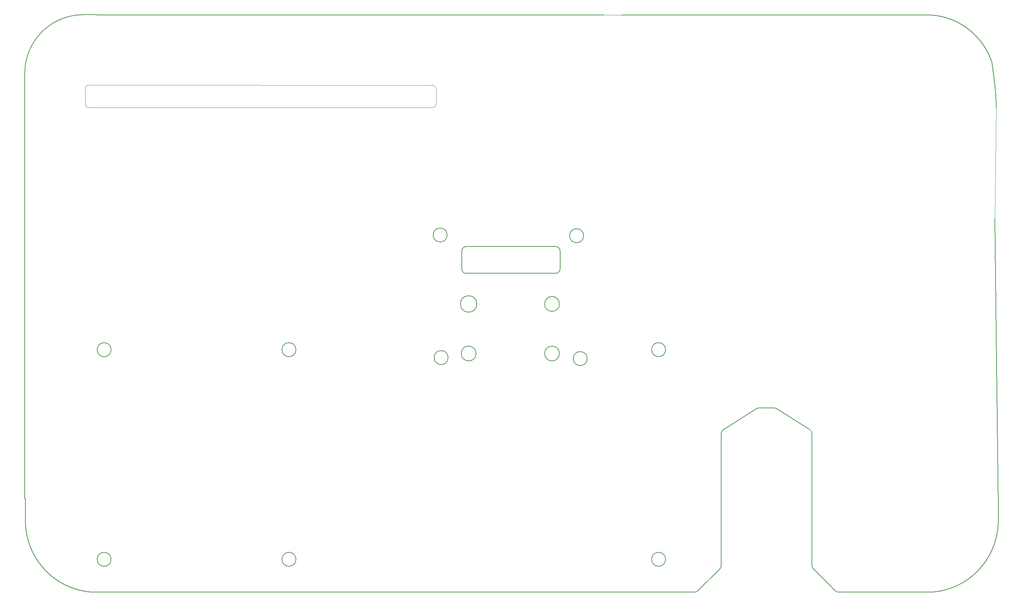
<source format=gbr>
%TF.GenerationSoftware,KiCad,Pcbnew,9.0.2*%
%TF.CreationDate,2025-06-06T12:43:53-05:00*%
%TF.ProjectId,MothBox,4d6f7468-426f-4782-9e6b-696361645f70,5.0.0*%
%TF.SameCoordinates,Original*%
%TF.FileFunction,Profile,NP*%
%FSLAX46Y46*%
G04 Gerber Fmt 4.6, Leading zero omitted, Abs format (unit mm)*
G04 Created by KiCad (PCBNEW 9.0.2) date 2025-06-06 12:43:53*
%MOMM*%
%LPD*%
G01*
G04 APERTURE LIST*
%TA.AperFunction,Profile*%
%ADD10C,0.200000*%
%TD*%
%ADD11C,0.200000*%
%TA.AperFunction,Profile*%
%ADD12C,0.050000*%
%TD*%
G04 APERTURE END LIST*
D10*
X-73694035Y22608500D02*
X-73694035Y-23069495D01*
D11*
X-63855603Y-101824590D02*
X-63822133Y-101841191D01*
X-63788627Y-101857721D01*
X-63755087Y-101874179D01*
X-63721511Y-101890565D01*
X-63687900Y-101906878D01*
X-63654254Y-101923120D01*
X-63620574Y-101939290D01*
X-63586859Y-101955388D01*
X-63553110Y-101971413D01*
X-63519327Y-101987366D01*
X-63485509Y-102003247D01*
X-63451658Y-102019055D01*
X-63417773Y-102034791D01*
X-63383854Y-102050454D01*
X-63349902Y-102066045D01*
X-63315917Y-102081562D01*
X-63281898Y-102097007D01*
X-63247847Y-102112379D01*
X-63213762Y-102127679D01*
X-63179645Y-102142905D01*
X-63145495Y-102158058D01*
X-63111313Y-102173138D01*
X-63077099Y-102188144D01*
X-63042853Y-102203078D01*
X-63008575Y-102217938D01*
X-62974264Y-102232725D01*
X-62939923Y-102247438D01*
X-62905550Y-102262077D01*
X-62871145Y-102276643D01*
X-62836710Y-102291136D01*
X-62802243Y-102305554D01*
X-62767745Y-102319899D01*
X-62733217Y-102334170D01*
X-62698659Y-102348367D01*
X-62664070Y-102362490D01*
X-62629450Y-102376539D01*
X-62594801Y-102390514D01*
X-62560122Y-102404414D01*
X-62525413Y-102418241D01*
X-62490674Y-102431993D01*
X-62455906Y-102445670D01*
X-62421109Y-102459274D01*
X-62386283Y-102472802D01*
X-62351427Y-102486256D01*
X-62316543Y-102499636D01*
X-62281630Y-102512941D01*
X-62246689Y-102526171D01*
X-62211720Y-102539326D01*
X-62176722Y-102552406D01*
X-62141696Y-102565411D01*
X-62106643Y-102578342D01*
X-62071562Y-102591197D01*
X-62036453Y-102603977D01*
X-62001317Y-102616682D01*
X-61966154Y-102629312D01*
X-61930963Y-102641867D01*
X-61895746Y-102654346D01*
X-61860502Y-102666750D01*
X-61825232Y-102679078D01*
X-61789935Y-102691331D01*
X-61754612Y-102703508D01*
X-61719263Y-102715609D01*
X-61683888Y-102727635D01*
X-61648487Y-102739585D01*
X-61613061Y-102751460D01*
X-61577609Y-102763258D01*
X-61542132Y-102774981D01*
X-61506630Y-102786627D01*
X-61471103Y-102798198D01*
X-61435552Y-102809692D01*
X-61399975Y-102821111D01*
X-61364375Y-102832453D01*
X-61328750Y-102843719D01*
X-61293101Y-102854909D01*
X-61257428Y-102866022D01*
X-61221731Y-102877059D01*
X-61186011Y-102888019D01*
X-61150267Y-102898903D01*
X-61114500Y-102909711D01*
X-61078710Y-102920442D01*
X-61042897Y-102931096D01*
X-61007061Y-102941674D01*
X-60971203Y-102952174D01*
X-60935322Y-102962598D01*
X-60899419Y-102972946D01*
X-60863493Y-102983216D01*
X-60827546Y-102993409D01*
X-60791577Y-103003526D01*
X-60755587Y-103013565D01*
X-60719575Y-103023527D01*
X-60683541Y-103033413D01*
X-60647487Y-103043221D01*
X-60629452Y-103048096D01*
X-60611412Y-103052951D01*
X-60593366Y-103057788D01*
X-60575316Y-103062605D01*
X-60557260Y-103067403D01*
X-60539199Y-103072181D01*
X-60521133Y-103076940D01*
X-60503062Y-103081680D01*
X-60484986Y-103086400D01*
X-60466904Y-103091102D01*
X-60448818Y-103095783D01*
X-60430727Y-103100446D01*
X-60412631Y-103105089D01*
X-60394530Y-103109712D01*
X-60376423Y-103114316D01*
X-60358312Y-103118901D01*
X-60340196Y-103123467D01*
X-60322076Y-103128013D01*
X-60303950Y-103132539D01*
X-60285819Y-103137047D01*
X-60267684Y-103141535D01*
X-60249544Y-103146003D01*
X-60231399Y-103150452D01*
X-60213249Y-103154882D01*
X-60195095Y-103159292D01*
X-60176936Y-103163682D01*
X-60158772Y-103168054D01*
X-60140604Y-103172405D01*
X-60122431Y-103176738D01*
X-60104253Y-103181051D01*
X-60086070Y-103185344D01*
X-60067883Y-103189618D01*
X-60049692Y-103193873D01*
X-60031496Y-103198108D01*
X-60013296Y-103202323D01*
X-59995090Y-103206519D01*
X-59976881Y-103210696D01*
X-59958667Y-103214853D01*
X-59940449Y-103218990D01*
X-59922226Y-103223108D01*
X-59903998Y-103227207D01*
X-59885767Y-103231286D01*
X-59867531Y-103235345D01*
X-59849291Y-103239385D01*
X-59831046Y-103243406D01*
X-59812797Y-103247407D01*
X-59794544Y-103251388D01*
X-59776286Y-103255350D01*
X-59758025Y-103259292D01*
X-59739759Y-103263215D01*
X-59721489Y-103267118D01*
X-59703215Y-103271002D01*
X-59684937Y-103274866D01*
X-59666654Y-103278710D01*
X-59648368Y-103282535D01*
X-59630077Y-103286340D01*
X-59611782Y-103290126D01*
X-59593483Y-103293892D01*
X-59575181Y-103297639D01*
X-59556874Y-103301366D01*
X-59538564Y-103305073D01*
X-59520249Y-103308761D01*
X-59501930Y-103312429D01*
X-59483608Y-103316078D01*
X-59465281Y-103319706D01*
X-59446951Y-103323316D01*
X-59428617Y-103326905D01*
X-59410279Y-103330475D01*
X-59391937Y-103334026D01*
X-59373592Y-103337556D01*
X-59355243Y-103341067D01*
X-59336890Y-103344559D01*
X-59318533Y-103348031D01*
X-59300172Y-103351483D01*
X-59281808Y-103354915D01*
X-59263441Y-103358328D01*
X-59245069Y-103361721D01*
X-59226694Y-103365095D01*
X-59208316Y-103368448D01*
X-59189933Y-103371783D01*
X-59171548Y-103375097D01*
X-59153158Y-103378392D01*
X-59134766Y-103381667D01*
X-59116369Y-103384922D01*
X-59097970Y-103388158D01*
X-59079567Y-103391374D01*
X-59061160Y-103394570D01*
X-59042750Y-103397747D01*
X-59024337Y-103400903D01*
X-59005920Y-103404041D01*
X-58987500Y-103407158D01*
X-58969076Y-103410256D01*
X-58950650Y-103413333D01*
X-58932220Y-103416392D01*
X-58913787Y-103419430D01*
X-58895350Y-103422449D01*
X-58876911Y-103425448D01*
X-58858468Y-103428427D01*
X-58840022Y-103431387D01*
X-58821572Y-103434326D01*
X-58803120Y-103437246D01*
X-58784665Y-103440147D01*
X-58766206Y-103443027D01*
X-58747744Y-103445888D01*
X-58729280Y-103448729D01*
X-58710812Y-103451550D01*
X-58692342Y-103454351D01*
X-58673868Y-103457133D01*
X-58655392Y-103459895D01*
X-58636912Y-103462637D01*
X-58618430Y-103465359D01*
X-58599944Y-103468062D01*
X-58581456Y-103470744D01*
X-58562965Y-103473407D01*
X-58544471Y-103476050D01*
X-58525974Y-103478674D01*
X-58507475Y-103481277D01*
X-58488972Y-103483861D01*
X-58470468Y-103486425D01*
X-58451959Y-103488969D01*
X-58433449Y-103491493D01*
X-58414936Y-103493997D01*
X-58396420Y-103496482D01*
X-58377901Y-103498947D01*
X-58359381Y-103501392D01*
X-58340857Y-103503817D01*
X-58322331Y-103506222D01*
X-58303801Y-103508607D01*
X-58285270Y-103510973D01*
X-58266736Y-103513319D01*
X-58248200Y-103515645D01*
X-58229661Y-103517951D01*
X-58211120Y-103520237D01*
X-58192576Y-103522503D01*
X-58174030Y-103524750D01*
X-58155481Y-103526976D01*
X-58136930Y-103529183D01*
X-58118376Y-103531370D01*
X-58099821Y-103533537D01*
X-58081263Y-103535684D01*
X-58062703Y-103537812D01*
X-58044140Y-103539919D01*
X-58025576Y-103542007D01*
X-58007008Y-103544074D01*
X-57988439Y-103546122D01*
X-57969868Y-103548150D01*
X-57951294Y-103550158D01*
X-57932718Y-103552146D01*
X-57914141Y-103554115D01*
X-57895560Y-103556063D01*
X-57876979Y-103557991D01*
X-57858394Y-103559900D01*
X-57839809Y-103561789D01*
X-57821220Y-103563658D01*
X-57802630Y-103565506D01*
X-57784038Y-103567336D01*
X-57765444Y-103569145D01*
X-57746847Y-103570934D01*
X-57728250Y-103572703D01*
X-57709650Y-103574452D01*
X-57691048Y-103576182D01*
X-57672444Y-103577891D01*
X-57653839Y-103579581D01*
X-57635232Y-103581251D01*
X-57616623Y-103582900D01*
X-57598012Y-103584530D01*
X-57579400Y-103586140D01*
X-57560785Y-103587730D01*
X-57542169Y-103589300D01*
X-57523551Y-103590850D01*
X-57504932Y-103592381D01*
X-57486311Y-103593891D01*
X-57467689Y-103595381D01*
X-57449064Y-103596852D01*
X-57430439Y-103598302D01*
X-57411811Y-103599733D01*
X-57393182Y-103601143D01*
X-57374551Y-103602534D01*
X-57355920Y-103603905D01*
X-57337286Y-103605255D01*
X-57318652Y-103606586D01*
X-57300015Y-103607897D01*
X-57267352Y-103610146D01*
D10*
X-73693989Y-23069495D02*
X-73693989Y-77054949D01*
D11*
X153514165Y34971412D02*
X153546730Y34954698D01*
X153579259Y34937912D01*
X153611750Y34921056D01*
X153644205Y34904129D01*
X153676623Y34887131D01*
X153709003Y34870062D01*
X153741346Y34852922D01*
X153773651Y34835712D01*
X153805919Y34818431D01*
X153838148Y34801080D01*
X153870340Y34783658D01*
X153902494Y34766167D01*
X153934609Y34748604D01*
X153966686Y34730972D01*
X153998724Y34713270D01*
X154030723Y34695498D01*
X154062683Y34677656D01*
X154094605Y34659744D01*
X154126487Y34641762D01*
X154158330Y34623711D01*
X154190133Y34605590D01*
X154221896Y34587399D01*
X154253620Y34569140D01*
X154285304Y34550811D01*
X154316948Y34532412D01*
X154348551Y34513945D01*
X154380114Y34495409D01*
X154411637Y34476803D01*
X154443119Y34458129D01*
X154474560Y34439386D01*
X154505960Y34420574D01*
X154537318Y34401694D01*
X154568636Y34382745D01*
X154599912Y34363728D01*
X154631147Y34344643D01*
X154662339Y34325489D01*
X154693490Y34306267D01*
X154724599Y34286977D01*
X154755666Y34267619D01*
X154786690Y34248193D01*
X154817672Y34228699D01*
X154848611Y34209138D01*
X154879508Y34189509D01*
X154910361Y34169812D01*
X154941172Y34150049D01*
X154971939Y34130217D01*
X155002663Y34110319D01*
X155033343Y34090353D01*
X155063980Y34070321D01*
X155094573Y34050221D01*
X155125122Y34030055D01*
X155155627Y34009822D01*
X155186088Y33989522D01*
X155216504Y33969155D01*
X155246876Y33948723D01*
X155277203Y33928223D01*
X155307486Y33907658D01*
X155337723Y33887026D01*
X155367915Y33866329D01*
X155398062Y33845565D01*
X155428164Y33824736D01*
X155458220Y33803840D01*
X155488230Y33782879D01*
X155518195Y33761853D01*
X155548114Y33740761D01*
X155577986Y33719603D01*
X155607812Y33698381D01*
X155637592Y33677093D01*
X155667325Y33655740D01*
X155697012Y33634322D01*
X155726652Y33612840D01*
X155756244Y33591292D01*
X155785790Y33569680D01*
X155815288Y33548004D01*
X155844739Y33526262D01*
X155874143Y33504457D01*
X155903499Y33482587D01*
X155932806Y33460654D01*
X155962066Y33438656D01*
X155991278Y33416594D01*
X156020442Y33394469D01*
X156049557Y33372280D01*
X156078624Y33350027D01*
X156107642Y33327711D01*
X156136611Y33305331D01*
X156165531Y33282888D01*
X156194402Y33260382D01*
X156223224Y33237813D01*
X156251996Y33215181D01*
X156266364Y33203841D01*
X156280719Y33192486D01*
X156295062Y33181115D01*
X156309393Y33169728D01*
X156323711Y33158326D01*
X156338016Y33146908D01*
X156352309Y33135474D01*
X156366590Y33124025D01*
X156380858Y33112560D01*
X156395114Y33101080D01*
X156409356Y33089584D01*
X156423587Y33078072D01*
X156437805Y33066545D01*
X156452010Y33055003D01*
X156466202Y33043445D01*
X156480382Y33031871D01*
X156494550Y33020282D01*
X156508704Y33008677D01*
X156522846Y32997057D01*
X156536976Y32985422D01*
X156551092Y32973771D01*
X156565196Y32962105D01*
X156579287Y32950423D01*
X156593365Y32938726D01*
X156607430Y32927013D01*
X156621483Y32915285D01*
X156635523Y32903542D01*
X156649550Y32891784D01*
X156663564Y32880010D01*
X156677565Y32868221D01*
X156691554Y32856416D01*
X156705529Y32844596D01*
X156719492Y32832761D01*
X156733441Y32820911D01*
X156747378Y32809046D01*
X156761301Y32797165D01*
X156775212Y32785269D01*
X156789110Y32773358D01*
X156802994Y32761432D01*
X156816866Y32749490D01*
X156830724Y32737534D01*
X156844570Y32725562D01*
X156858402Y32713575D01*
X156872222Y32701573D01*
X156886028Y32689556D01*
X156899821Y32677524D01*
X156913600Y32665477D01*
X156927367Y32653415D01*
X156941120Y32641337D01*
X156954861Y32629245D01*
X156968588Y32617138D01*
X156982301Y32605015D01*
X156996002Y32592878D01*
X157009689Y32580726D01*
X157023363Y32568559D01*
X157037024Y32556377D01*
X157050671Y32544180D01*
X157064305Y32531968D01*
X157077926Y32519741D01*
X157091533Y32507499D01*
X157105127Y32495243D01*
X157118707Y32482972D01*
X157132274Y32470686D01*
X157145828Y32458384D01*
X157159368Y32446069D01*
X157172895Y32433738D01*
X157186408Y32421393D01*
X157199907Y32409033D01*
X157213394Y32396658D01*
X157226866Y32384268D01*
X157240325Y32371864D01*
X157253771Y32359445D01*
X157267203Y32347011D01*
X157280621Y32334563D01*
X157294026Y32322100D01*
X157307417Y32309622D01*
X157320794Y32297130D01*
X157334158Y32284623D01*
X157347508Y32272102D01*
X157360844Y32259566D01*
X157374167Y32247015D01*
X157387476Y32234450D01*
X157400771Y32221871D01*
X157414053Y32209276D01*
X157427320Y32196668D01*
X157440574Y32184045D01*
X157453814Y32171407D01*
X157467040Y32158755D01*
X157480253Y32146089D01*
X157493451Y32133407D01*
X157506636Y32120712D01*
X157519807Y32108002D01*
X157532964Y32095278D01*
X157546107Y32082540D01*
X157559236Y32069787D01*
X157572351Y32057020D01*
X157585452Y32044238D01*
X157598539Y32031442D01*
X157611612Y32018633D01*
X157624671Y32005808D01*
X157637716Y31992970D01*
X157650748Y31980117D01*
X157663764Y31967250D01*
X157676768Y31954368D01*
X157689756Y31941473D01*
X157702731Y31928563D01*
X157715692Y31915639D01*
X157728638Y31902701D01*
X157741571Y31889749D01*
X157754489Y31876783D01*
X157767393Y31863802D01*
X157780283Y31850808D01*
X157793158Y31837799D01*
X157806020Y31824777D01*
X157818867Y31811740D01*
X157831700Y31798689D01*
X157844518Y31785625D01*
X157857323Y31772546D01*
X157870113Y31759453D01*
X157882888Y31746347D01*
X157895650Y31733226D01*
X157908397Y31720091D01*
X157921129Y31706943D01*
X157933848Y31693781D01*
X157946552Y31680605D01*
X157959241Y31667414D01*
X157971916Y31654211D01*
X157984577Y31640993D01*
X157997223Y31627761D01*
X158009855Y31614515D01*
X158022472Y31601256D01*
X158035075Y31587983D01*
X158047663Y31574697D01*
X158060237Y31561396D01*
X158072796Y31548082D01*
X158085341Y31534753D01*
X158097870Y31521412D01*
X158110386Y31508056D01*
X158122887Y31494687D01*
X158135373Y31481304D01*
X158147845Y31467908D01*
X158160302Y31454498D01*
X158172744Y31441075D01*
X158185172Y31427637D01*
X158197585Y31414187D01*
X158209983Y31400722D01*
X158222366Y31387244D01*
X158234735Y31373753D01*
X158247089Y31360248D01*
X158259429Y31346729D01*
X158271753Y31333198D01*
X158284063Y31319652D01*
X158296358Y31306093D01*
X158308638Y31292521D01*
X158320903Y31278935D01*
X158333154Y31265336D01*
X158345389Y31251724D01*
X158357610Y31238097D01*
X158369816Y31224458D01*
X158382007Y31210806D01*
X158394183Y31197140D01*
X158406344Y31183460D01*
X158418490Y31169768D01*
X158430622Y31156062D01*
X158442738Y31142343D01*
X158454839Y31128611D01*
X158466925Y31114865D01*
X158478997Y31101106D01*
X158491053Y31087335D01*
X158503094Y31073549D01*
X158515120Y31059751D01*
X158527131Y31045939D01*
X158539127Y31032115D01*
X158551108Y31018277D01*
X158563074Y31004426D01*
X158575025Y30990562D01*
X158597772Y30964088D01*
D10*
X124421016Y-103610261D02*
X147062680Y-103610261D01*
D12*
X162500000Y-12765671D02*
X162814644Y14178263D01*
D10*
X-73534989Y-80772241D02*
X-73534989Y-83722241D01*
X118270406Y-97873865D02*
G75*
G02*
X117977539Y-97166758I707094J707065D01*
G01*
X162814644Y15259273D02*
X162814644Y14198974D01*
X95883513Y-97166758D02*
G75*
G02*
X95590602Y-97873847I-999813J-42D01*
G01*
X-52670084Y-44625028D02*
G75*
G02*
X-56070084Y-44625028I-1700000J0D01*
G01*
X-56070084Y-44625028D02*
G75*
G02*
X-52670084Y-44625028I1700000J0D01*
G01*
X95883513Y-64974218D02*
G75*
G02*
X96350108Y-64128347I999987J18D01*
G01*
D11*
X158597772Y30964088D02*
X158621568Y30936274D01*
X158645302Y30908408D01*
X158668976Y30880491D01*
X158692588Y30852522D01*
X158716140Y30824501D01*
X158739630Y30796429D01*
X158763058Y30768306D01*
X158786425Y30740132D01*
X158809731Y30711906D01*
X158832974Y30683630D01*
X158856156Y30655303D01*
X158879276Y30626926D01*
X158902333Y30598498D01*
X158925329Y30570020D01*
X158948262Y30541491D01*
X158971133Y30512913D01*
X158993941Y30484284D01*
X159016687Y30455606D01*
X159039370Y30426879D01*
X159061990Y30398101D01*
X159084547Y30369274D01*
X159107042Y30340398D01*
X159129473Y30311473D01*
X159151841Y30282499D01*
X159174145Y30253476D01*
X159196386Y30224405D01*
X159218564Y30195285D01*
X159240677Y30166116D01*
X159262727Y30136899D01*
X159284714Y30107634D01*
X159306636Y30078321D01*
X159328494Y30048960D01*
X159350288Y30019551D01*
X159372017Y29990095D01*
X159393683Y29960591D01*
X159415283Y29931040D01*
X159436820Y29901442D01*
X159458291Y29871796D01*
X159479698Y29842104D01*
X159501040Y29812365D01*
X159522316Y29782579D01*
X159543528Y29752747D01*
X159564674Y29722868D01*
X159585756Y29692944D01*
X159606771Y29662973D01*
X159627722Y29632956D01*
X159648606Y29602894D01*
X159669425Y29572786D01*
X159690178Y29542632D01*
X159710866Y29512433D01*
X159731487Y29482189D01*
X159752042Y29451900D01*
X159772531Y29421566D01*
X159792954Y29391187D01*
X159813310Y29360763D01*
X159833600Y29330295D01*
X159853823Y29299783D01*
X159873979Y29269226D01*
X159894069Y29238626D01*
X159914092Y29207982D01*
X159934048Y29177293D01*
X159953936Y29146562D01*
X159973758Y29115786D01*
X159993512Y29084968D01*
X160013199Y29054106D01*
X160032819Y29023202D01*
X160052371Y28992254D01*
X160071855Y28961264D01*
X160091272Y28930231D01*
X160110620Y28899156D01*
X160129901Y28868038D01*
X160149114Y28836879D01*
X160168259Y28805677D01*
X160187335Y28774434D01*
X160206343Y28743149D01*
X160225283Y28711822D01*
X160244154Y28680454D01*
X160262957Y28649045D01*
X160281691Y28617595D01*
X160300357Y28586104D01*
X160318953Y28554572D01*
X160337481Y28523000D01*
X160355939Y28491387D01*
X160374329Y28459734D01*
X160392649Y28428041D01*
X160410900Y28396307D01*
X160429082Y28364534D01*
X160447194Y28332722D01*
X160465236Y28300869D01*
X160474231Y28284928D01*
X160483209Y28268978D01*
X160492169Y28253017D01*
X160501112Y28237047D01*
X160510038Y28221067D01*
X160518946Y28205077D01*
X160527836Y28189077D01*
X160536709Y28173068D01*
X160545565Y28157049D01*
X160554403Y28141020D01*
X160563223Y28124982D01*
X160572026Y28108934D01*
X160580812Y28092876D01*
X160589580Y28076809D01*
X160598330Y28060732D01*
X160607063Y28044646D01*
X160615778Y28028550D01*
X160624475Y28012445D01*
X160633155Y27996330D01*
X160641818Y27980206D01*
X160650462Y27964072D01*
X160659089Y27947929D01*
X160667699Y27931776D01*
X160676291Y27915614D01*
X160684865Y27899443D01*
X160693421Y27883262D01*
X160701960Y27867072D01*
X160710481Y27850872D01*
X160718985Y27834664D01*
X160727470Y27818446D01*
X160735938Y27802219D01*
X160744388Y27785982D01*
X160752821Y27769736D01*
X160761235Y27753481D01*
X160769632Y27737217D01*
X160778012Y27720944D01*
X160786373Y27704662D01*
X160794716Y27688370D01*
X160803042Y27672069D01*
X160811350Y27655759D01*
X160819640Y27639441D01*
X160827913Y27623113D01*
X160836167Y27606776D01*
X160844404Y27590430D01*
X160852622Y27574075D01*
X160860823Y27557711D01*
X160869006Y27541339D01*
X160877171Y27524957D01*
X160885318Y27508566D01*
X160893447Y27492167D01*
X160901559Y27475758D01*
X160909652Y27459341D01*
X160917727Y27442915D01*
X160925785Y27426480D01*
X160933824Y27410036D01*
X160941846Y27393584D01*
X160949849Y27377123D01*
X160957835Y27360653D01*
X160965802Y27344174D01*
X160973752Y27327687D01*
X160981683Y27311191D01*
X160989597Y27294686D01*
X160997492Y27278173D01*
X161005370Y27261651D01*
X161013229Y27245120D01*
X161021070Y27228581D01*
X161028893Y27212034D01*
X161036699Y27195477D01*
X161044485Y27178913D01*
X161052254Y27162340D01*
X161060005Y27145758D01*
X161067738Y27129168D01*
X161075452Y27112569D01*
X161083149Y27095962D01*
X161090827Y27079347D01*
X161098487Y27062723D01*
X161106129Y27046091D01*
X161113752Y27029451D01*
X161121358Y27012802D01*
X161128945Y26996145D01*
X161136514Y26979480D01*
X161144065Y26962806D01*
X161151598Y26946125D01*
X161159112Y26929434D01*
X161166608Y26912736D01*
X161174086Y26896030D01*
X161181546Y26879316D01*
X161188987Y26862593D01*
X161196410Y26845862D01*
X161203815Y26829123D01*
X161211201Y26812376D01*
X161218570Y26795621D01*
X161225919Y26778858D01*
X161233251Y26762087D01*
X161240564Y26745308D01*
X161247859Y26728521D01*
X161255135Y26711726D01*
X161262394Y26694923D01*
X161269633Y26678112D01*
X161276855Y26661293D01*
X161284058Y26644467D01*
X161291243Y26627632D01*
X161298409Y26610790D01*
X161305557Y26593940D01*
X161312686Y26577082D01*
X161319797Y26560216D01*
X161326889Y26543343D01*
X161333964Y26526462D01*
X161341019Y26509573D01*
X161348057Y26492676D01*
X161355075Y26475772D01*
X161362075Y26458860D01*
X161369057Y26441941D01*
X161376020Y26425013D01*
X161382965Y26408079D01*
X161389891Y26391136D01*
X161396799Y26374186D01*
X161403688Y26357228D01*
X161410559Y26340264D01*
X161417411Y26323291D01*
X161424245Y26306311D01*
X161431060Y26289324D01*
X161437856Y26272329D01*
X161444634Y26255327D01*
X161451393Y26238317D01*
X161458134Y26221300D01*
X161464856Y26204276D01*
X161471560Y26187244D01*
X161478244Y26170205D01*
X161484911Y26153158D01*
X161491558Y26136105D01*
X161498187Y26119044D01*
X161504798Y26101976D01*
X161511389Y26084900D01*
X161517962Y26067818D01*
X161524517Y26050728D01*
X161531052Y26033632D01*
X161537569Y26016527D01*
X161544068Y25999416D01*
X161550547Y25982298D01*
X161557008Y25965173D01*
X161563450Y25948040D01*
X161569874Y25930901D01*
X161576278Y25913754D01*
X161582664Y25896601D01*
X161589032Y25879441D01*
X161595380Y25862274D01*
X161601710Y25845099D01*
X161608021Y25827918D01*
X161614313Y25810730D01*
X161620586Y25793535D01*
X161626841Y25776333D01*
X161633077Y25759125D01*
X161639294Y25741909D01*
X161645492Y25724687D01*
X161651671Y25707458D01*
X161657832Y25690222D01*
X161663974Y25672979D01*
X161670096Y25655730D01*
X161676200Y25638474D01*
X161682286Y25621212D01*
X161688352Y25603942D01*
X161694399Y25586667D01*
X161700428Y25569384D01*
X161706438Y25552095D01*
X161712428Y25534799D01*
X161718400Y25517497D01*
X161724353Y25500188D01*
X161730287Y25482873D01*
X161736203Y25465550D01*
X161742099Y25448223D01*
X161747976Y25430887D01*
X161753834Y25413547D01*
X161759674Y25396198D01*
X161765494Y25378845D01*
X161771296Y25361484D01*
X161782453Y25327919D01*
D10*
X108717831Y-58765671D02*
G75*
G02*
X109251241Y-58919792I-31J-1000229D01*
G01*
X163332009Y-85752130D02*
X163332009Y-86200250D01*
X109251231Y-58919808D02*
X117510913Y-64128355D01*
X16848510Y36811260D02*
X-56199485Y36811260D01*
X147078186Y-103609203D02*
X147064372Y-103610146D01*
X82329916Y-44625028D02*
G75*
G02*
X78929916Y-44625028I-1700000J0D01*
G01*
X78929916Y-44625028D02*
G75*
G02*
X82329916Y-44625028I1700000J0D01*
G01*
X-7670084Y-95625028D02*
G75*
G02*
X-11070084Y-95625028I-1700000J0D01*
G01*
X-11070084Y-95625028D02*
G75*
G02*
X-7670084Y-95625028I1700000J0D01*
G01*
X90147117Y-103317368D02*
X95590620Y-97873865D01*
X-56199485Y36811260D02*
X-56199485Y36858505D01*
X-52670084Y-95625028D02*
G75*
G02*
X-56070084Y-95625028I-1700000J0D01*
G01*
X-56070084Y-95625028D02*
G75*
G02*
X-52670084Y-95625028I1700000J0D01*
G01*
D11*
X-73346080Y-88760895D02*
X-73349089Y-88740544D01*
X-73352075Y-88720211D01*
X-73355016Y-88700046D01*
X-73357934Y-88679897D01*
X-73360809Y-88659908D01*
X-73363662Y-88639933D01*
X-73366472Y-88620109D01*
X-73369261Y-88600299D01*
X-73372009Y-88580632D01*
X-73374735Y-88560977D01*
X-73377422Y-88541458D01*
X-73380087Y-88521950D01*
X-73382714Y-88502571D01*
X-73385320Y-88483201D01*
X-73387889Y-88463953D01*
X-73390436Y-88444714D01*
X-73392948Y-88425590D01*
X-73395439Y-88406473D01*
X-73397896Y-88387467D01*
X-73400331Y-88368466D01*
X-73402733Y-88349569D01*
X-73405114Y-88330677D01*
X-73407462Y-88311883D01*
X-73409789Y-88293093D01*
X-73412085Y-88274396D01*
X-73414361Y-88255701D01*
X-73416605Y-88237095D01*
X-73418829Y-88218489D01*
X-73421023Y-88199967D01*
X-73423197Y-88181444D01*
X-73425341Y-88163001D01*
X-73427465Y-88144556D01*
X-73429560Y-88126186D01*
X-73431636Y-88107813D01*
X-73433683Y-88089511D01*
X-73435711Y-88071204D01*
X-73437711Y-88052964D01*
X-73439691Y-88034719D01*
X-73441645Y-88016536D01*
X-73443579Y-87998347D01*
X-73445487Y-87980217D01*
X-73447375Y-87962079D01*
X-73449237Y-87943996D01*
X-73451080Y-87925905D01*
X-73452898Y-87907864D01*
X-73454696Y-87889815D01*
X-73456470Y-87871813D01*
X-73458224Y-87853801D01*
X-73459955Y-87835832D01*
X-73461665Y-87817853D01*
X-73463352Y-87799913D01*
X-73465020Y-87781963D01*
X-73466665Y-87764048D01*
X-73468290Y-87746121D01*
X-73469893Y-87728228D01*
X-73471476Y-87710321D01*
X-73473037Y-87692444D01*
X-73474578Y-87674553D01*
X-73476098Y-87656689D01*
X-73477598Y-87638810D01*
X-73479076Y-87620954D01*
X-73480536Y-87603083D01*
X-73481974Y-87585232D01*
X-73483393Y-87567364D01*
X-73484790Y-87549515D01*
X-73486169Y-87531647D01*
X-73487527Y-87513794D01*
X-73488866Y-87495923D01*
X-73490183Y-87478064D01*
X-73491483Y-87460185D01*
X-73492761Y-87442316D01*
X-73494021Y-87424426D01*
X-73495260Y-87406543D01*
X-73496481Y-87388638D01*
X-73497681Y-87370737D01*
X-73498863Y-87352814D01*
X-73500025Y-87334892D01*
X-73501168Y-87316947D01*
X-73502291Y-87299001D01*
X-73503395Y-87281030D01*
X-73504480Y-87263055D01*
X-73505546Y-87245056D01*
X-73506593Y-87227049D01*
X-73507621Y-87209017D01*
X-73508629Y-87190976D01*
X-73509619Y-87172908D01*
X-73510589Y-87154827D01*
X-73511541Y-87136720D01*
X-73512474Y-87118598D01*
X-73513388Y-87100448D01*
X-73514282Y-87082280D01*
X-73515159Y-87064083D01*
X-73516016Y-87045867D01*
X-73516854Y-87027621D01*
X-73517674Y-87009352D01*
X-73518474Y-86991052D01*
X-73519256Y-86972728D01*
X-73520019Y-86954372D01*
X-73520763Y-86935988D01*
X-73521489Y-86917573D01*
X-73522196Y-86899126D01*
X-73522883Y-86880647D01*
X-73523553Y-86862135D01*
X-73524203Y-86843590D01*
X-73524834Y-86825008D01*
X-73525447Y-86806392D01*
X-73526041Y-86787738D01*
X-73526616Y-86769049D01*
X-73527172Y-86750319D01*
X-73527709Y-86731552D01*
X-73528228Y-86712742D01*
X-73528727Y-86693896D01*
X-73529208Y-86675003D01*
X-73529669Y-86656072D01*
X-73530536Y-86618074D01*
X-73531326Y-86579896D01*
X-73532040Y-86541529D01*
X-73532678Y-86502968D01*
X-73533239Y-86464204D01*
X-73533723Y-86425231D01*
X-73534129Y-86386041D01*
X-73534457Y-86346628D01*
X-73534707Y-86306982D01*
X-73534879Y-86267098D01*
X-73534972Y-86226967D01*
X-73534989Y-86200250D01*
D10*
X-7670084Y-44625028D02*
G75*
G02*
X-11070084Y-44625028I-1700000J0D01*
G01*
X-11070084Y-44625028D02*
G75*
G02*
X-7670084Y-44625028I1700000J0D01*
G01*
D11*
X142518545Y36811260D02*
X143144857Y36811248D01*
X143432811Y36811218D01*
X143704742Y36811160D01*
X143961237Y36811065D01*
X144202879Y36810924D01*
X144430254Y36810726D01*
X144538774Y36810603D01*
X144643947Y36810463D01*
X144745845Y36810304D01*
X144844542Y36810125D01*
X144940110Y36809925D01*
X145032624Y36809703D01*
X145122155Y36809457D01*
X145208778Y36809187D01*
X145292565Y36808891D01*
X145373590Y36808569D01*
X145451925Y36808218D01*
X145527643Y36807838D01*
X145600819Y36807428D01*
X145671524Y36806986D01*
X145739832Y36806512D01*
X145805816Y36806004D01*
X145869549Y36805460D01*
X145931104Y36804881D01*
X145990555Y36804264D01*
X146047974Y36803608D01*
X146103435Y36802913D01*
X146157011Y36802177D01*
X146208774Y36801399D01*
X146258798Y36800578D01*
X146307157Y36799712D01*
X146353922Y36798801D01*
X146399168Y36797843D01*
X146421243Y36797346D01*
X146442967Y36796837D01*
X146464346Y36796316D01*
X146485392Y36795782D01*
X146506113Y36795236D01*
X146526517Y36794677D01*
X146546615Y36794105D01*
X146566415Y36793520D01*
X146585926Y36792922D01*
X146605158Y36792311D01*
X146624120Y36791686D01*
X146642821Y36791048D01*
X146661269Y36790396D01*
X146679475Y36789730D01*
X146697447Y36789051D01*
X146715195Y36788357D01*
X146732727Y36787648D01*
X146750052Y36786926D01*
X146767181Y36786188D01*
X146784121Y36785436D01*
X146800883Y36784669D01*
X146817475Y36783887D01*
X146833906Y36783090D01*
X146850186Y36782277D01*
X146866323Y36781449D01*
X146882328Y36780606D01*
X146898208Y36779746D01*
X146913973Y36778871D01*
X146929633Y36777979D01*
X146945196Y36777072D01*
X146960671Y36776148D01*
X146976068Y36775207D01*
X146991396Y36774250D01*
X147006664Y36773276D01*
X147037055Y36771278D01*
X147067316Y36769210D01*
X147097520Y36767072D01*
X147127739Y36764863D01*
X147158047Y36762582D01*
X147188516Y36760227D01*
D10*
X90147117Y-103317368D02*
G75*
G02*
X89440010Y-103610280I-707117J707068D01*
G01*
X71698148Y36811260D02*
X100366169Y36811260D01*
D11*
X-72920142Y-90791491D02*
X-72930040Y-90755046D01*
X-72939850Y-90718622D01*
X-72949571Y-90682219D01*
X-72959204Y-90645836D01*
X-72968750Y-90609472D01*
X-72978209Y-90573125D01*
X-72987581Y-90536796D01*
X-72996866Y-90500482D01*
X-73006066Y-90464183D01*
X-73015179Y-90427898D01*
X-73024208Y-90391625D01*
X-73033151Y-90355364D01*
X-73042009Y-90319113D01*
X-73050783Y-90282871D01*
X-73059473Y-90246638D01*
X-73068080Y-90210411D01*
X-73076603Y-90174190D01*
X-73085043Y-90137973D01*
X-73093401Y-90101759D01*
X-73101676Y-90065547D01*
X-73109869Y-90029336D01*
X-73117981Y-89993123D01*
X-73126012Y-89956907D01*
X-73133962Y-89920688D01*
X-73141832Y-89884463D01*
X-73149621Y-89848232D01*
X-73157331Y-89811992D01*
X-73164961Y-89775741D01*
X-73172513Y-89739479D01*
X-73179986Y-89703203D01*
X-73187380Y-89666912D01*
X-73194697Y-89630603D01*
X-73201936Y-89594276D01*
X-73209098Y-89557928D01*
X-73216184Y-89521556D01*
X-73223193Y-89485160D01*
X-73230126Y-89448737D01*
X-73236983Y-89412284D01*
X-73243766Y-89375800D01*
X-73250473Y-89339283D01*
X-73257106Y-89302729D01*
X-73263666Y-89266136D01*
X-73270151Y-89229502D01*
X-73276564Y-89192824D01*
X-73282903Y-89156099D01*
X-73289171Y-89119325D01*
X-73295366Y-89082499D01*
X-73301491Y-89045617D01*
X-73307544Y-89008676D01*
X-73313526Y-88971672D01*
X-73319439Y-88934604D01*
X-73325282Y-88897466D01*
X-73331056Y-88860255D01*
X-73336761Y-88822967D01*
X-73342398Y-88785599D01*
X-73346080Y-88760895D01*
D10*
X118270406Y-97873865D02*
X123713909Y-103317368D01*
D11*
X-68100464Y-98854530D02*
X-68073344Y-98880226D01*
X-68046169Y-98905864D01*
X-68018939Y-98931444D01*
X-67991654Y-98956965D01*
X-67964314Y-98982428D01*
X-67936920Y-99007833D01*
X-67909472Y-99033179D01*
X-67881969Y-99058466D01*
X-67854412Y-99083694D01*
X-67826802Y-99108863D01*
X-67799137Y-99133973D01*
X-67771418Y-99159024D01*
X-67743646Y-99184016D01*
X-67715821Y-99208948D01*
X-67687942Y-99233820D01*
X-67660009Y-99258633D01*
X-67632024Y-99283386D01*
X-67603986Y-99308079D01*
X-67575894Y-99332712D01*
X-67547750Y-99357284D01*
X-67519554Y-99381797D01*
X-67491305Y-99406249D01*
X-67463003Y-99430641D01*
X-67434650Y-99454972D01*
X-67406244Y-99479242D01*
X-67377786Y-99503452D01*
X-67349277Y-99527600D01*
X-67320716Y-99551688D01*
X-67292103Y-99575714D01*
X-67263439Y-99599679D01*
X-67234723Y-99623583D01*
X-67205957Y-99647425D01*
X-67177139Y-99671206D01*
X-67148270Y-99694925D01*
X-67119351Y-99718582D01*
X-67090381Y-99742177D01*
X-67061361Y-99765710D01*
X-67032290Y-99789181D01*
X-67003169Y-99812590D01*
X-66973997Y-99835936D01*
X-66944776Y-99859220D01*
X-66915505Y-99882441D01*
X-66886185Y-99905599D01*
X-66856815Y-99928695D01*
X-66827395Y-99951728D01*
X-66797926Y-99974698D01*
X-66768408Y-99997604D01*
X-66738841Y-100020448D01*
X-66709225Y-100043228D01*
X-66694399Y-100054594D01*
X-66679560Y-100065945D01*
X-66664710Y-100077279D01*
X-66649847Y-100088598D01*
X-66634972Y-100099900D01*
X-66620085Y-100111187D01*
X-66605186Y-100122458D01*
X-66590275Y-100133713D01*
X-66575352Y-100144952D01*
X-66560417Y-100156175D01*
X-66545470Y-100167382D01*
X-66530511Y-100178572D01*
X-66515540Y-100189747D01*
X-66500557Y-100200906D01*
X-66485562Y-100212049D01*
X-66470555Y-100223176D01*
X-66455536Y-100234287D01*
X-66440505Y-100245381D01*
X-66425463Y-100256460D01*
X-66410408Y-100267522D01*
X-66395342Y-100278568D01*
X-66380264Y-100289599D01*
X-66365174Y-100300613D01*
X-66350072Y-100311611D01*
X-66334959Y-100322592D01*
X-66319833Y-100333558D01*
X-66304696Y-100344507D01*
X-66289548Y-100355440D01*
X-66274387Y-100366357D01*
X-66259215Y-100377258D01*
X-66244032Y-100388142D01*
X-66228836Y-100399010D01*
X-66213629Y-100409862D01*
X-66198411Y-100420698D01*
X-66183181Y-100431517D01*
X-66167939Y-100442320D01*
X-66152685Y-100453107D01*
X-66137421Y-100463877D01*
X-66122144Y-100474631D01*
X-66106856Y-100485369D01*
X-66091557Y-100496090D01*
X-66076246Y-100506795D01*
X-66060924Y-100517483D01*
X-66045590Y-100528155D01*
X-66030245Y-100538811D01*
X-66014888Y-100549450D01*
X-65999520Y-100560073D01*
X-65984141Y-100570679D01*
X-65968751Y-100581269D01*
X-65953348Y-100591842D01*
X-65937935Y-100602399D01*
X-65922511Y-100612939D01*
X-65907075Y-100623463D01*
X-65891628Y-100633970D01*
X-65876169Y-100644461D01*
X-65860700Y-100654935D01*
X-65845219Y-100665393D01*
X-65829727Y-100675834D01*
X-65814224Y-100686258D01*
X-65798710Y-100696666D01*
X-65783184Y-100707057D01*
X-65767648Y-100717432D01*
X-65752100Y-100727790D01*
X-65736541Y-100738131D01*
X-65720972Y-100748456D01*
X-65705391Y-100758764D01*
X-65689799Y-100769055D01*
X-65674196Y-100779329D01*
X-65658583Y-100789587D01*
X-65642958Y-100799828D01*
X-65627322Y-100810053D01*
X-65611675Y-100820260D01*
X-65596018Y-100830451D01*
X-65580349Y-100840625D01*
X-65564670Y-100850783D01*
X-65548980Y-100860923D01*
X-65533279Y-100871047D01*
X-65517567Y-100881154D01*
X-65501844Y-100891244D01*
X-65486111Y-100901317D01*
X-65470366Y-100911374D01*
X-65454611Y-100921413D01*
X-65438846Y-100931436D01*
X-65423069Y-100941442D01*
X-65407282Y-100951430D01*
X-65391484Y-100961402D01*
X-65375676Y-100971357D01*
X-65359856Y-100981296D01*
X-65344027Y-100991217D01*
X-65328186Y-101001121D01*
X-65312335Y-101011008D01*
X-65296473Y-101020878D01*
X-65280602Y-101030732D01*
X-65264719Y-101040568D01*
X-65248826Y-101050387D01*
X-65232922Y-101060189D01*
X-65217008Y-101069974D01*
X-65201083Y-101079743D01*
X-65185148Y-101089494D01*
X-65169202Y-101099228D01*
X-65153247Y-101108945D01*
X-65137280Y-101118645D01*
X-65121304Y-101128327D01*
X-65105316Y-101137993D01*
X-65089319Y-101147642D01*
X-65073311Y-101157273D01*
X-65057294Y-101166887D01*
X-65041265Y-101176484D01*
X-65025227Y-101186064D01*
X-65009178Y-101195627D01*
X-64993119Y-101205173D01*
X-64977049Y-101214701D01*
X-64960970Y-101224212D01*
X-64944880Y-101233706D01*
X-64928781Y-101243183D01*
X-64912671Y-101252642D01*
X-64896551Y-101262084D01*
X-64880421Y-101271510D01*
X-64864281Y-101280917D01*
X-64848130Y-101290308D01*
X-64831970Y-101299681D01*
X-64815799Y-101309037D01*
X-64799619Y-101318375D01*
X-64783429Y-101327696D01*
X-64767229Y-101337000D01*
X-64751018Y-101346286D01*
X-64734798Y-101355555D01*
X-64718568Y-101364807D01*
X-64702328Y-101374041D01*
X-64686078Y-101383259D01*
X-64669818Y-101392458D01*
X-64653549Y-101401640D01*
X-64637269Y-101410805D01*
X-64620980Y-101419952D01*
X-64604681Y-101429082D01*
X-64588372Y-101438195D01*
X-64572054Y-101447289D01*
X-64555725Y-101456367D01*
X-64539387Y-101465427D01*
X-64523039Y-101474470D01*
X-64506682Y-101483494D01*
X-64490315Y-101492502D01*
X-64473939Y-101501492D01*
X-64457552Y-101510464D01*
X-64441156Y-101519419D01*
X-64424751Y-101528357D01*
X-64408336Y-101537276D01*
X-64391911Y-101546179D01*
X-64375477Y-101555063D01*
X-64359033Y-101563930D01*
X-64342580Y-101572779D01*
X-64326117Y-101581611D01*
X-64309645Y-101590425D01*
X-64293163Y-101599222D01*
X-64276673Y-101608001D01*
X-64260172Y-101616762D01*
X-64243663Y-101625506D01*
X-64227143Y-101634232D01*
X-64210615Y-101642940D01*
X-64194077Y-101651630D01*
X-64177530Y-101660303D01*
X-64160973Y-101668958D01*
X-64144408Y-101677596D01*
X-64127833Y-101686215D01*
X-64111249Y-101694817D01*
X-64094655Y-101703402D01*
X-64078053Y-101711968D01*
X-64061440Y-101720517D01*
X-64044820Y-101729047D01*
X-64028189Y-101737561D01*
X-64011551Y-101746056D01*
X-63994902Y-101754533D01*
X-63978245Y-101762993D01*
X-63961578Y-101771435D01*
X-63944903Y-101779859D01*
X-63928218Y-101788265D01*
X-63911524Y-101796653D01*
X-63894821Y-101805024D01*
X-63878110Y-101813376D01*
X-63861389Y-101821711D01*
X-63855603Y-101824590D01*
D10*
X67299292Y36811331D02*
X22435292Y36811331D01*
X95883513Y-97166758D02*
X95883513Y-64974218D01*
X-57265660Y-103610261D02*
X89440010Y-103610261D01*
D11*
X156602021Y-99969195D02*
X156572836Y-99991867D01*
X156543596Y-100014480D01*
X156514301Y-100037034D01*
X156484952Y-100059530D01*
X156455547Y-100081967D01*
X156426088Y-100104345D01*
X156396575Y-100126664D01*
X156367007Y-100148923D01*
X156337386Y-100171123D01*
X156307710Y-100193264D01*
X156277981Y-100215345D01*
X156248198Y-100237366D01*
X156218362Y-100259327D01*
X156188472Y-100281228D01*
X156158529Y-100303069D01*
X156128533Y-100324849D01*
X156098484Y-100346569D01*
X156068383Y-100368229D01*
X156038229Y-100389827D01*
X156008023Y-100411365D01*
X155977764Y-100432842D01*
X155947454Y-100454257D01*
X155917091Y-100475612D01*
X155886677Y-100496904D01*
X155856211Y-100518136D01*
X155825694Y-100539306D01*
X155795126Y-100560413D01*
X155764507Y-100581459D01*
X155733836Y-100602443D01*
X155703115Y-100623365D01*
X155672343Y-100644224D01*
X155641521Y-100665021D01*
X155610649Y-100685755D01*
X155579727Y-100706427D01*
X155548754Y-100727036D01*
X155517732Y-100747581D01*
X155486661Y-100768064D01*
X155455540Y-100788483D01*
X155424370Y-100808839D01*
X155393150Y-100829132D01*
X155361882Y-100849361D01*
X155330566Y-100869526D01*
X155299200Y-100889627D01*
X155267787Y-100909664D01*
X155236325Y-100929637D01*
X155204815Y-100949545D01*
X155173258Y-100969390D01*
X155141652Y-100989169D01*
X155110000Y-101008884D01*
X155078300Y-101028535D01*
X155046553Y-101048120D01*
X155014759Y-101067640D01*
X154982918Y-101087095D01*
X154951031Y-101106485D01*
X154919098Y-101125809D01*
X154887118Y-101145068D01*
X154855092Y-101164261D01*
X154823021Y-101183389D01*
X154790904Y-101202450D01*
X154758741Y-101221445D01*
X154726534Y-101240374D01*
X154694281Y-101259237D01*
X154661983Y-101278033D01*
X154629641Y-101296763D01*
X154597254Y-101315426D01*
X154564823Y-101334023D01*
X154532348Y-101352552D01*
X154499829Y-101371014D01*
X154467267Y-101389409D01*
X154434660Y-101407737D01*
X154402011Y-101425998D01*
X154369318Y-101444191D01*
X154336583Y-101462316D01*
X154303805Y-101480373D01*
X154270984Y-101498363D01*
X154238121Y-101516284D01*
X154205215Y-101534138D01*
X154172268Y-101551923D01*
X154139279Y-101569640D01*
X154106249Y-101587288D01*
X154073177Y-101604867D01*
X154040064Y-101622378D01*
X154006911Y-101639820D01*
X153973716Y-101657193D01*
X153940481Y-101674497D01*
X153907206Y-101691732D01*
X153873890Y-101708898D01*
X153840535Y-101725994D01*
X153807140Y-101743020D01*
X153773705Y-101759977D01*
X153740232Y-101776864D01*
X153706719Y-101793681D01*
X153673167Y-101810429D01*
X153639576Y-101827106D01*
X153605948Y-101843713D01*
X153572280Y-101860249D01*
X153538575Y-101876715D01*
X153504832Y-101893111D01*
X153471052Y-101909436D01*
X153437234Y-101925690D01*
X153403379Y-101941873D01*
X153369487Y-101957985D01*
X153335558Y-101974026D01*
X153301592Y-101989996D01*
X153267590Y-102005895D01*
X153233553Y-102021722D01*
X153199479Y-102037478D01*
X153165369Y-102053162D01*
X153131225Y-102068774D01*
X153097044Y-102084315D01*
X153062829Y-102099783D01*
X153028579Y-102115180D01*
X152994295Y-102130504D01*
X152959976Y-102145756D01*
X152925622Y-102160936D01*
X152891235Y-102176043D01*
X152856815Y-102191077D01*
X152822360Y-102206039D01*
X152787873Y-102220929D01*
X152753352Y-102235745D01*
X152718798Y-102250488D01*
X152684212Y-102265159D01*
X152649594Y-102279756D01*
X152614943Y-102294280D01*
X152580261Y-102308730D01*
X152545546Y-102323108D01*
X152510800Y-102337411D01*
X152476023Y-102351641D01*
X152441215Y-102365797D01*
X152406376Y-102379880D01*
X152371507Y-102393888D01*
X152336607Y-102407823D01*
X152301677Y-102421683D01*
X152266717Y-102435469D01*
X152231727Y-102449181D01*
X152196708Y-102462819D01*
X152161659Y-102476382D01*
X152126582Y-102489870D01*
X152091476Y-102503284D01*
X152056341Y-102516623D01*
X152021178Y-102529888D01*
X151985987Y-102543077D01*
X151950767Y-102556192D01*
X151915521Y-102569231D01*
X151880247Y-102582195D01*
X151844945Y-102595084D01*
X151827284Y-102601500D01*
X151809617Y-102607898D01*
X151791943Y-102614276D01*
X151774262Y-102620636D01*
X151756575Y-102626977D01*
X151738880Y-102633299D01*
X151721180Y-102639602D01*
X151703473Y-102645886D01*
X151685759Y-102652151D01*
X151668039Y-102658398D01*
X151650312Y-102664625D01*
X151632579Y-102670833D01*
X151614840Y-102677023D01*
X151597094Y-102683193D01*
X151579342Y-102689345D01*
X151561584Y-102695478D01*
X151543819Y-102701591D01*
X151526048Y-102707686D01*
X151508271Y-102713761D01*
X151490488Y-102719818D01*
X151472698Y-102725855D01*
X151454903Y-102731874D01*
X151437101Y-102737873D01*
X151419293Y-102743854D01*
X151401479Y-102749815D01*
X151383659Y-102755757D01*
X151365834Y-102761680D01*
X151348002Y-102767584D01*
X151330164Y-102773469D01*
X151312320Y-102779335D01*
X151294471Y-102785182D01*
X151276616Y-102791009D01*
X151258755Y-102796818D01*
X151240887Y-102802607D01*
X151223015Y-102808377D01*
X151205136Y-102814128D01*
X151187252Y-102819860D01*
X151169363Y-102825572D01*
X151151467Y-102831266D01*
X151133566Y-102836940D01*
X151115660Y-102842595D01*
X151097747Y-102848231D01*
X151079830Y-102853847D01*
X151061907Y-102859444D01*
X151043978Y-102865022D01*
X151026044Y-102870581D01*
X151008105Y-102876121D01*
X150990160Y-102881641D01*
X150972210Y-102887142D01*
X150954254Y-102892623D01*
X150936294Y-102898086D01*
X150918327Y-102903529D01*
X150900356Y-102908952D01*
X150882380Y-102914357D01*
X150864398Y-102919742D01*
X150846411Y-102925108D01*
X150828420Y-102930454D01*
X150810423Y-102935781D01*
X150792421Y-102941089D01*
X150774414Y-102946377D01*
X150756402Y-102951646D01*
X150738385Y-102956896D01*
X150720363Y-102962126D01*
X150702336Y-102967336D01*
X150684305Y-102972528D01*
X150666268Y-102977700D01*
X150648227Y-102982852D01*
X150630180Y-102987985D01*
X150612130Y-102993099D01*
X150594074Y-102998193D01*
X150576014Y-103003268D01*
X150557949Y-103008323D01*
X150539879Y-103013359D01*
X150521805Y-103018375D01*
X150503726Y-103023372D01*
X150485643Y-103028349D01*
X150467555Y-103033307D01*
X150449463Y-103038245D01*
X150431366Y-103043164D01*
X150413264Y-103048063D01*
X150395159Y-103052943D01*
X150377049Y-103057803D01*
X150358935Y-103062644D01*
X150340816Y-103067465D01*
X150322693Y-103072266D01*
X150304565Y-103077048D01*
X150286434Y-103081811D01*
X150268298Y-103086554D01*
X150250159Y-103091277D01*
X150232014Y-103095981D01*
X150213867Y-103100665D01*
X150195714Y-103105329D01*
X150177558Y-103109974D01*
X150159397Y-103114599D01*
X150141234Y-103119205D01*
X150123065Y-103123791D01*
X150104893Y-103128357D01*
X150086717Y-103132904D01*
X150068537Y-103137431D01*
X150050353Y-103141938D01*
X150032166Y-103146426D01*
X150013974Y-103150894D01*
X149995779Y-103155343D01*
X149977580Y-103159771D01*
X149959378Y-103164180D01*
X149941171Y-103168570D01*
X149922961Y-103172939D01*
X149904747Y-103177290D01*
X149886531Y-103181620D01*
X149868310Y-103185930D01*
X149850086Y-103190221D01*
X149831858Y-103194492D01*
X149813627Y-103198744D01*
X149795392Y-103202975D01*
X149777154Y-103207187D01*
X149758912Y-103211379D01*
X149740668Y-103215552D01*
X149722420Y-103219704D01*
X149704169Y-103223837D01*
X149685914Y-103227950D01*
X149667656Y-103232044D01*
X149649395Y-103236117D01*
X149631131Y-103240171D01*
X149612863Y-103244205D01*
X149594593Y-103248219D01*
X149576319Y-103252214D01*
X149558043Y-103256188D01*
X149539762Y-103260143D01*
X149521480Y-103264078D01*
X149503194Y-103267993D01*
X149484906Y-103271888D01*
X149466614Y-103275764D01*
X149448320Y-103279619D01*
X149430022Y-103283455D01*
X149411722Y-103287271D01*
X149393419Y-103291067D01*
X149375114Y-103294843D01*
X149356805Y-103298600D01*
X149338494Y-103302336D01*
X149320180Y-103306053D01*
X149301864Y-103309750D01*
X149283544Y-103313427D01*
X149265223Y-103317084D01*
X149246898Y-103320721D01*
X149228572Y-103324338D01*
X149210242Y-103327936D01*
X149191911Y-103331513D01*
X149173576Y-103335071D01*
X149155240Y-103338608D01*
X149136900Y-103342126D01*
X149118559Y-103345624D01*
X149100215Y-103349102D01*
X149081869Y-103352560D01*
X149063520Y-103355998D01*
X149045170Y-103359416D01*
X149026817Y-103362815D01*
X149008462Y-103366193D01*
X148990104Y-103369551D01*
X148971746Y-103372890D01*
X148953383Y-103376208D01*
X148935021Y-103379507D01*
X148916654Y-103382785D01*
X148898287Y-103386044D01*
X148879917Y-103389282D01*
X148861546Y-103392501D01*
X148843172Y-103395700D01*
X148824797Y-103398879D01*
X148806419Y-103402037D01*
X148788040Y-103405176D01*
X148769659Y-103408295D01*
X148751277Y-103411394D01*
X148732891Y-103414473D01*
X148714506Y-103417531D01*
X148696117Y-103420570D01*
X148677728Y-103423589D01*
X148659336Y-103426588D01*
X148640944Y-103429567D01*
X148622548Y-103432526D01*
X148604153Y-103435465D01*
X148585754Y-103438384D01*
X148567356Y-103441282D01*
X148548955Y-103444161D01*
X148530553Y-103447020D01*
X148512149Y-103449859D01*
X148493745Y-103452677D01*
X148475337Y-103455476D01*
X148456931Y-103458255D01*
X148438521Y-103461014D01*
X148420111Y-103463752D01*
X148401699Y-103466471D01*
X148383287Y-103469169D01*
X148364872Y-103471848D01*
X148346458Y-103474506D01*
X148328041Y-103477145D01*
X148309624Y-103479763D01*
X148291205Y-103482362D01*
X148272786Y-103484940D01*
X148254364Y-103487498D01*
X148235944Y-103490036D01*
X148217520Y-103492554D01*
X148199097Y-103495052D01*
X148180672Y-103497531D01*
X148162247Y-103499988D01*
X148143820Y-103502426D01*
X148125394Y-103504844D01*
X148106965Y-103507242D01*
X148088537Y-103509619D01*
X148070107Y-103511977D01*
X148051678Y-103514315D01*
X148033246Y-103516632D01*
X148014815Y-103518929D01*
X147996382Y-103521207D01*
X147977950Y-103523464D01*
X147959516Y-103525701D01*
X147941083Y-103527918D01*
X147922647Y-103530115D01*
X147904213Y-103532292D01*
X147885776Y-103534449D01*
X147867341Y-103536586D01*
X147848904Y-103538702D01*
X147830468Y-103540799D01*
X147812030Y-103542875D01*
X147793593Y-103544932D01*
X147775154Y-103546968D01*
X147756717Y-103548984D01*
X147738278Y-103550980D01*
X147719840Y-103552956D01*
X147701400Y-103554912D01*
X147682962Y-103556848D01*
X147664522Y-103558764D01*
X147646083Y-103560659D01*
X147627643Y-103562535D01*
X147609204Y-103564390D01*
X147590764Y-103566226D01*
X147572325Y-103568041D01*
X147553884Y-103569836D01*
X147535446Y-103571611D01*
X147517005Y-103573366D01*
X147498567Y-103575101D01*
X147480126Y-103576815D01*
X147461688Y-103578510D01*
X147443248Y-103580185D01*
X147424810Y-103581839D01*
X147406370Y-103583473D01*
X147387933Y-103585087D01*
X147369494Y-103586682D01*
X147351057Y-103588255D01*
X147332618Y-103589809D01*
X147314182Y-103591343D01*
X147295744Y-103592857D01*
X147277309Y-103594350D01*
X147258872Y-103595824D01*
X147240438Y-103597277D01*
X147222001Y-103598711D01*
X147203568Y-103600124D01*
X147185133Y-103601517D01*
X147166700Y-103602890D01*
X147148266Y-103604243D01*
X147129835Y-103605575D01*
X147111402Y-103606888D01*
X147078186Y-103609203D01*
D10*
X100366169Y36811260D02*
X100416741Y36811260D01*
D11*
X163082379Y-89141232D02*
X163076412Y-89175889D01*
X163070319Y-89210811D01*
X163064100Y-89245987D01*
X163057757Y-89281404D01*
X163051291Y-89317053D01*
X163044704Y-89352919D01*
X163037997Y-89388991D01*
X163031174Y-89425257D01*
X163024234Y-89461703D01*
X163017182Y-89498318D01*
X163010017Y-89535088D01*
X163006393Y-89553529D01*
X163002743Y-89572001D01*
X162999066Y-89590507D01*
X162995362Y-89609043D01*
X162991632Y-89627609D01*
X162987876Y-89646202D01*
X162984095Y-89664820D01*
X162980288Y-89683465D01*
X162976456Y-89702129D01*
X162972599Y-89720818D01*
X162968718Y-89739522D01*
X162964812Y-89758248D01*
X162960884Y-89776986D01*
X162956930Y-89795744D01*
X162952955Y-89814508D01*
X162948956Y-89833291D01*
X162944935Y-89852075D01*
X162940891Y-89870877D01*
X162936826Y-89889675D01*
X162932738Y-89908489D01*
X162928631Y-89927294D01*
X162924501Y-89946114D01*
X162920353Y-89964921D01*
X162916181Y-89983741D01*
X162911993Y-90002543D01*
X162907782Y-90021356D01*
X162903555Y-90040147D01*
X162899306Y-90058948D01*
X162895042Y-90077722D01*
X162890756Y-90096504D01*
X162886456Y-90115255D01*
X162882135Y-90134012D01*
X162877800Y-90152734D01*
X162873444Y-90171462D01*
X162869077Y-90190149D01*
X162864689Y-90208840D01*
X162860289Y-90227488D01*
X162855869Y-90246137D01*
X162851440Y-90264739D01*
X162846990Y-90283341D01*
X162842532Y-90301892D01*
X162838053Y-90320441D01*
X162833567Y-90338936D01*
X162829061Y-90357427D01*
X162824549Y-90375860D01*
X162820017Y-90394289D01*
X162815479Y-90412656D01*
X162810923Y-90431016D01*
X162806362Y-90449311D01*
X162801782Y-90467599D01*
X162797199Y-90485818D01*
X162792598Y-90504028D01*
X162787994Y-90522166D01*
X162783372Y-90540295D01*
X162778748Y-90558347D01*
X162774106Y-90576389D01*
X162769464Y-90594352D01*
X162764805Y-90612303D01*
X162760146Y-90630172D01*
X162755470Y-90648027D01*
X162750795Y-90665799D01*
X162746103Y-90683555D01*
X162741413Y-90701225D01*
X162736707Y-90718878D01*
X162732004Y-90736442D01*
X162727285Y-90753989D01*
X162722570Y-90771444D01*
X162717839Y-90788880D01*
X162713113Y-90806222D01*
X162708372Y-90823544D01*
X162703636Y-90840770D01*
X162698885Y-90857976D01*
X162690244Y-90889074D01*
D10*
X-56199485Y36858505D02*
X-59444030Y36858505D01*
X96350113Y-64128355D02*
X104609795Y-58919808D01*
D11*
X163332009Y-86200250D02*
X163331999Y-86223705D01*
X163331969Y-86247044D01*
X163331919Y-86270120D01*
X163331850Y-86293084D01*
X163331761Y-86315797D01*
X163331652Y-86338401D01*
X163331525Y-86360765D01*
X163331378Y-86383024D01*
X163331213Y-86405053D01*
X163331029Y-86426980D01*
X163330826Y-86448686D01*
X163330604Y-86470295D01*
X163330364Y-86491693D01*
X163330106Y-86512995D01*
X163329829Y-86534096D01*
X163329534Y-86555105D01*
X163329222Y-86575921D01*
X163328891Y-86596648D01*
X163328542Y-86617191D01*
X163328176Y-86637647D01*
X163327792Y-86657928D01*
X163327390Y-86678125D01*
X163326971Y-86698154D01*
X163326534Y-86718102D01*
X163326080Y-86737890D01*
X163325608Y-86757600D01*
X163325120Y-86777157D01*
X163324614Y-86796638D01*
X163324091Y-86815974D01*
X163323551Y-86835237D01*
X163322994Y-86854361D01*
X163322419Y-86873415D01*
X163321828Y-86892336D01*
X163321219Y-86911190D01*
X163320595Y-86929918D01*
X163319952Y-86948581D01*
X163319294Y-86967125D01*
X163318618Y-86985606D01*
X163317925Y-87003973D01*
X163317216Y-87022280D01*
X163316490Y-87040481D01*
X163315747Y-87058622D01*
X163314987Y-87076663D01*
X163314210Y-87094648D01*
X163313417Y-87112537D01*
X163312607Y-87130372D01*
X163311780Y-87148119D01*
X163310936Y-87165813D01*
X163310076Y-87183424D01*
X163309199Y-87200984D01*
X163308305Y-87218467D01*
X163307393Y-87235902D01*
X163306466Y-87253264D01*
X163305521Y-87270580D01*
X163304559Y-87287830D01*
X163303580Y-87305035D01*
X163302584Y-87322179D01*
X163301571Y-87339280D01*
X163300541Y-87356326D01*
X163299494Y-87373331D01*
X163298429Y-87390285D01*
X163297348Y-87407201D01*
X163296248Y-87424071D01*
X163295132Y-87440905D01*
X163293998Y-87457698D01*
X163292846Y-87474457D01*
X163291676Y-87491181D01*
X163290489Y-87507871D01*
X163289284Y-87524532D01*
X163288061Y-87541162D01*
X163286820Y-87557767D01*
X163285562Y-87574342D01*
X163284284Y-87590899D01*
X163282989Y-87607428D01*
X163280342Y-87640432D01*
X163277621Y-87673368D01*
X163274824Y-87706252D01*
X163271950Y-87739098D01*
X163268999Y-87771919D01*
X163265967Y-87804731D01*
X163262855Y-87837550D01*
X163259661Y-87870389D01*
X163256383Y-87903264D01*
X163253020Y-87936192D01*
X163249570Y-87969189D01*
X163246030Y-88002270D01*
X163242399Y-88035453D01*
X163238675Y-88068756D01*
X163234854Y-88102197D01*
X163230936Y-88135794D01*
X163226917Y-88169567D01*
X163222794Y-88203535D01*
X163218565Y-88237720D01*
X163214226Y-88272144D01*
X163209773Y-88306829D01*
X163205203Y-88341799D01*
X163200512Y-88377080D01*
X163195695Y-88412699D01*
X163190749Y-88448682D01*
X163185668Y-88485061D01*
X163180447Y-88521867D01*
X163175080Y-88559134D01*
X163169560Y-88596897D01*
X163163882Y-88635195D01*
X163158038Y-88674071D01*
X163152019Y-88713570D01*
X163145818Y-88753739D01*
X163139424Y-88794633D01*
X163132827Y-88836309D01*
X163126015Y-88878831D01*
X163118976Y-88922271D01*
X163111695Y-88966704D01*
X163104156Y-89012220D01*
X163096342Y-89058915D01*
X163088230Y-89106899D01*
X163082379Y-89141232D01*
X162690244Y-90889074D02*
X162680324Y-90924485D01*
X162670324Y-90959884D01*
X162660245Y-90995272D01*
X162650086Y-91030648D01*
X162639846Y-91066012D01*
X162629528Y-91101364D01*
X162619129Y-91136703D01*
X162608651Y-91172030D01*
X162598093Y-91207344D01*
X162587456Y-91242644D01*
X162576739Y-91277932D01*
X162565942Y-91313206D01*
X162555067Y-91348466D01*
X162544111Y-91383712D01*
X162533077Y-91418944D01*
X162521963Y-91454162D01*
X162510770Y-91489365D01*
X162499497Y-91524553D01*
X162488145Y-91559727D01*
X162476715Y-91594885D01*
X162465205Y-91630027D01*
X162453616Y-91665155D01*
X162441948Y-91700266D01*
X162430201Y-91735361D01*
X162418375Y-91770440D01*
X162406471Y-91805502D01*
X162394487Y-91840548D01*
X162382425Y-91875577D01*
X162370284Y-91910588D01*
X162358065Y-91945582D01*
X162345766Y-91980559D01*
X162333390Y-92015517D01*
X162320935Y-92050458D01*
X162308401Y-92085381D01*
X162295790Y-92120284D01*
X162283099Y-92155170D01*
X162270331Y-92190036D01*
X162257485Y-92224883D01*
X162244560Y-92259711D01*
X162231557Y-92294519D01*
X162218477Y-92329308D01*
X162205318Y-92364076D01*
X162192081Y-92398824D01*
X162178767Y-92433552D01*
X162165375Y-92468258D01*
X162151906Y-92502944D01*
X162138358Y-92537609D01*
X162124734Y-92572253D01*
X162111031Y-92606874D01*
X162097252Y-92641474D01*
X162083395Y-92676052D01*
X162069461Y-92710608D01*
X162055449Y-92745141D01*
X162041361Y-92779651D01*
X162027195Y-92814139D01*
X162012953Y-92848603D01*
X161998634Y-92883044D01*
X161984238Y-92917461D01*
X161969765Y-92951854D01*
X161955215Y-92986223D01*
X161940589Y-93020568D01*
X161925887Y-93054889D01*
X161911108Y-93089184D01*
X161896253Y-93123455D01*
X161881321Y-93157700D01*
X161866313Y-93191920D01*
X161851230Y-93226114D01*
X161836070Y-93260282D01*
X161820834Y-93294424D01*
X161805523Y-93328539D01*
X161790136Y-93362628D01*
X161774673Y-93396690D01*
X161759135Y-93430725D01*
X161743521Y-93464733D01*
X161727831Y-93498713D01*
X161712067Y-93532666D01*
X161696227Y-93566590D01*
X161680312Y-93600486D01*
X161664323Y-93634354D01*
X161648258Y-93668193D01*
X161632118Y-93702003D01*
X161615904Y-93735784D01*
X161599615Y-93769536D01*
X161583252Y-93803258D01*
X161566814Y-93836950D01*
X161550302Y-93870612D01*
X161533715Y-93904243D01*
X161517055Y-93937845D01*
X161500320Y-93971415D01*
X161483512Y-94004954D01*
X161466629Y-94038463D01*
X161449673Y-94071939D01*
X161432644Y-94105384D01*
X161415540Y-94138797D01*
X161398364Y-94172178D01*
X161381114Y-94205527D01*
X161363791Y-94238843D01*
X161346395Y-94272126D01*
X161328925Y-94305376D01*
X161311383Y-94338593D01*
X161293769Y-94371776D01*
X161276081Y-94404925D01*
X161258321Y-94438040D01*
X161240489Y-94471122D01*
X161222584Y-94504168D01*
X161204607Y-94537180D01*
X161186559Y-94570157D01*
X161168438Y-94603099D01*
X161150245Y-94636006D01*
X161131980Y-94668877D01*
X161113644Y-94701712D01*
X161095237Y-94734511D01*
X161076758Y-94767274D01*
X161058208Y-94800000D01*
X161039587Y-94832689D01*
X161020894Y-94865342D01*
X161002131Y-94897957D01*
X160983297Y-94930535D01*
X160964393Y-94963075D01*
X160945418Y-94995577D01*
X160926372Y-95028041D01*
X160907257Y-95060467D01*
X160888071Y-95092854D01*
X160868815Y-95125203D01*
X160849490Y-95157512D01*
X160830094Y-95189782D01*
X160810629Y-95222013D01*
X160791095Y-95254204D01*
X160771491Y-95286355D01*
X160751818Y-95318466D01*
X160732076Y-95350536D01*
X160712265Y-95382566D01*
X160692385Y-95414555D01*
X160672437Y-95446503D01*
X160652420Y-95478410D01*
X160632334Y-95510275D01*
X160612181Y-95542098D01*
X160591959Y-95573880D01*
X160571669Y-95605619D01*
X160551311Y-95637316D01*
X160530886Y-95668970D01*
X160510393Y-95700582D01*
X160489833Y-95732150D01*
X160469205Y-95763676D01*
X160448510Y-95795157D01*
X160427748Y-95826595D01*
X160417342Y-95842298D01*
X160406920Y-95857989D01*
X160396480Y-95873670D01*
X160386024Y-95889339D01*
X160375552Y-95904997D01*
X160365062Y-95920645D01*
X160354556Y-95936281D01*
X160344034Y-95951906D01*
X160333495Y-95967519D01*
X160322939Y-95983122D01*
X160312367Y-95998713D01*
X160301778Y-96014293D01*
X160291173Y-96029861D01*
X160280552Y-96045419D01*
X160269914Y-96060964D01*
X160259259Y-96076499D01*
X160248588Y-96092022D01*
X160237901Y-96107534D01*
X160227197Y-96123034D01*
X160216477Y-96138523D01*
X160205741Y-96154000D01*
X160194988Y-96169465D01*
X160184219Y-96184919D01*
X160173433Y-96200362D01*
X160162632Y-96215792D01*
X160151814Y-96231212D01*
X160140980Y-96246619D01*
X160130129Y-96262015D01*
X160119263Y-96277399D01*
X160108380Y-96292771D01*
X160097481Y-96308131D01*
X160086566Y-96323480D01*
X160075635Y-96338817D01*
X160064688Y-96354142D01*
X160053725Y-96369455D01*
X160042745Y-96384756D01*
X160031750Y-96400045D01*
X160020738Y-96415322D01*
X160009711Y-96430587D01*
X159998668Y-96445840D01*
X159987608Y-96461081D01*
X159976533Y-96476310D01*
X159965442Y-96491527D01*
X159954334Y-96506732D01*
X159943212Y-96521924D01*
X159932073Y-96537105D01*
X159920918Y-96552273D01*
X159909747Y-96567429D01*
X159898561Y-96582572D01*
X159887359Y-96597704D01*
X159876141Y-96612823D01*
X159864907Y-96627930D01*
X159853658Y-96643024D01*
X159842392Y-96658106D01*
X159831112Y-96673175D01*
X159819815Y-96688233D01*
X159808503Y-96703277D01*
X159797175Y-96718310D01*
X159785832Y-96733329D01*
X159774473Y-96748336D01*
X159763099Y-96763330D01*
X159751708Y-96778313D01*
X159740303Y-96793282D01*
X159728882Y-96808238D01*
X159717445Y-96823182D01*
X159705993Y-96838114D01*
X159694526Y-96853032D01*
X159683043Y-96867938D01*
X159671544Y-96882831D01*
X159660030Y-96897711D01*
X159648502Y-96912578D01*
X159636957Y-96927433D01*
X159625397Y-96942274D01*
X159613822Y-96957104D01*
X159602232Y-96971919D01*
X159590626Y-96986722D01*
X159579005Y-97001512D01*
X159567369Y-97016289D01*
X159555718Y-97031053D01*
X159544051Y-97045804D01*
X159532370Y-97060541D01*
X159520673Y-97075266D01*
X159508961Y-97089977D01*
X159497234Y-97104676D01*
X159485492Y-97119361D01*
X159473735Y-97134033D01*
X159461963Y-97148692D01*
X159450176Y-97163338D01*
X159438374Y-97177970D01*
X159426556Y-97192589D01*
X159414724Y-97207194D01*
X159402877Y-97221787D01*
X159391015Y-97236365D01*
X159379138Y-97250931D01*
X159367247Y-97265483D01*
X159355340Y-97280022D01*
X159343419Y-97294547D01*
X159331483Y-97309059D01*
X159319532Y-97323557D01*
X159307566Y-97338042D01*
X159295586Y-97352513D01*
X159283590Y-97366971D01*
X159271581Y-97381414D01*
X159259556Y-97395845D01*
X159247517Y-97410261D01*
X159235463Y-97424665D01*
X159223395Y-97439054D01*
X159211311Y-97453430D01*
X159199214Y-97467791D01*
X159187101Y-97482139D01*
X159174975Y-97496473D01*
X159162833Y-97510794D01*
X159150678Y-97525100D01*
X159138507Y-97539393D01*
X159126323Y-97553672D01*
X159114124Y-97567937D01*
X159101911Y-97582188D01*
X159089682Y-97596425D01*
X159077441Y-97610648D01*
X159065184Y-97624857D01*
X159052913Y-97639052D01*
X159040628Y-97653233D01*
X159028329Y-97667399D01*
X159016015Y-97681553D01*
X159003687Y-97695691D01*
X158991345Y-97709816D01*
X158978989Y-97723926D01*
X158966618Y-97738022D01*
X158954234Y-97752104D01*
X158941835Y-97766172D01*
X158929423Y-97780225D01*
X158916995Y-97794265D01*
X158904555Y-97808289D01*
X158892099Y-97822300D01*
X158879631Y-97836296D01*
X158867147Y-97850278D01*
X158854651Y-97864245D01*
X158842140Y-97878199D01*
X158829615Y-97892137D01*
X158817076Y-97906061D01*
X158804524Y-97919971D01*
X158791957Y-97933866D01*
X158779377Y-97947746D01*
X158766783Y-97961613D01*
X158754175Y-97975464D01*
X158741553Y-97989301D01*
X158728918Y-98003123D01*
X158716269Y-98016932D01*
X158703607Y-98030724D01*
X158690930Y-98044503D01*
X158678240Y-98058266D01*
X158665536Y-98072016D01*
X158652819Y-98085749D01*
X158640087Y-98099469D01*
X158627343Y-98113173D01*
X158614585Y-98126864D01*
X158601813Y-98140538D01*
X158589028Y-98154199D01*
X158576230Y-98167844D01*
X158563417Y-98181475D01*
X158550592Y-98195090D01*
X158537753Y-98208691D01*
X158524901Y-98222276D01*
X158512035Y-98235847D01*
X158499156Y-98249402D01*
X158486263Y-98262944D01*
X158473358Y-98276469D01*
X158460438Y-98289980D01*
X158447507Y-98303475D01*
X158434561Y-98316956D01*
X158421603Y-98330421D01*
X158408630Y-98343871D01*
X158395646Y-98357306D01*
X158382647Y-98370726D01*
X158369636Y-98384130D01*
X158356611Y-98397520D01*
X158343574Y-98410894D01*
X158330523Y-98424253D01*
X158317460Y-98437596D01*
X158304383Y-98450925D01*
X158291294Y-98464238D01*
X158278191Y-98477536D01*
X158265076Y-98490818D01*
X158251947Y-98504085D01*
X158238806Y-98517336D01*
X158225651Y-98530573D01*
X158212485Y-98543793D01*
X158199304Y-98556999D01*
X158186112Y-98570188D01*
X158172906Y-98583363D01*
X158159688Y-98596521D01*
X158146457Y-98609665D01*
X158133214Y-98622791D01*
X158119956Y-98635904D01*
X158106688Y-98649000D01*
X158093406Y-98662081D01*
X158080112Y-98675146D01*
X158066804Y-98688196D01*
X158053485Y-98701229D01*
X158040152Y-98714248D01*
X158026808Y-98727250D01*
X158013450Y-98740237D01*
X158000081Y-98753208D01*
X157986698Y-98766164D01*
X157973304Y-98779102D01*
X157959897Y-98792027D01*
X157946478Y-98804934D01*
X157933045Y-98817826D01*
X157919602Y-98830702D01*
X157906144Y-98843563D01*
X157892676Y-98856406D01*
X157879194Y-98869236D01*
X157865702Y-98882047D01*
X157852195Y-98894845D01*
X157838678Y-98907624D01*
X157825147Y-98920390D01*
X157811605Y-98933137D01*
X157798050Y-98945871D01*
X157784484Y-98958586D01*
X157770905Y-98971288D01*
X157757315Y-98983971D01*
X157743711Y-98996640D01*
X157730097Y-99009292D01*
X157716469Y-99021928D01*
X157702831Y-99034547D01*
X157689179Y-99047152D01*
X157675517Y-99059739D01*
X157661841Y-99072311D01*
X157648155Y-99084865D01*
X157634456Y-99097405D01*
X157620746Y-99109926D01*
X157607023Y-99122433D01*
X157593289Y-99134923D01*
X157579543Y-99147397D01*
X157565786Y-99159854D01*
X157552015Y-99172296D01*
X157538235Y-99184719D01*
X157524441Y-99197128D01*
X157510637Y-99209520D01*
X157496820Y-99221896D01*
X157482993Y-99234254D01*
X157469153Y-99246598D01*
X157455302Y-99258923D01*
X157441439Y-99271233D01*
X157427565Y-99283526D01*
X157413678Y-99295803D01*
X157399782Y-99308063D01*
X157385872Y-99320307D01*
X157371953Y-99332533D01*
X157358020Y-99344744D01*
X157344078Y-99356938D01*
X157330123Y-99369116D01*
X157316158Y-99381275D01*
X157302179Y-99393420D01*
X157288192Y-99405547D01*
X157274191Y-99417658D01*
X157260181Y-99429751D01*
X157246157Y-99441829D01*
X157232125Y-99453889D01*
X157218079Y-99465934D01*
X157204024Y-99477960D01*
X157189956Y-99489971D01*
X157175878Y-99501964D01*
X157161788Y-99513941D01*
X157147688Y-99525900D01*
X157133575Y-99537844D01*
X157119454Y-99549769D01*
X157105319Y-99561680D01*
X157091175Y-99573571D01*
X157077018Y-99585448D01*
X157062852Y-99597305D01*
X157048674Y-99609148D01*
X157034486Y-99620972D01*
X157020285Y-99632781D01*
X157006076Y-99644571D01*
X156991854Y-99656345D01*
X156977623Y-99668101D01*
X156963379Y-99679842D01*
X156949126Y-99691564D01*
X156934861Y-99703271D01*
X156920586Y-99714958D01*
X156906299Y-99726631D01*
X156892004Y-99738285D01*
X156877695Y-99749923D01*
X156863378Y-99761542D01*
X156849049Y-99773147D01*
X156834711Y-99784732D01*
X156820360Y-99796301D01*
X156806000Y-99807852D01*
X156791628Y-99819388D01*
X156777248Y-99830904D01*
X156762855Y-99842405D01*
X156748453Y-99853887D01*
X156734039Y-99865354D01*
X156719617Y-99876801D01*
X156705182Y-99888233D01*
X156690739Y-99899646D01*
X156676284Y-99911043D01*
X156661820Y-99922422D01*
X156647344Y-99933785D01*
X156632859Y-99945128D01*
X156618362Y-99956456D01*
X156602021Y-99969195D01*
D10*
X163332009Y-83104949D02*
X163332009Y-85752130D01*
X-73534989Y-86200250D02*
X-73534989Y-84245397D01*
X19948510Y36811260D02*
X22435292Y36811260D01*
X163332009Y-83104949D02*
X162500000Y-12765671D01*
D11*
X-68100464Y-98854530D02*
X-68127357Y-98828939D01*
X-68154201Y-98803285D01*
X-68180996Y-98777567D01*
X-68207741Y-98751786D01*
X-68234437Y-98725941D01*
X-68261082Y-98700033D01*
X-68287678Y-98674062D01*
X-68314224Y-98648029D01*
X-68340719Y-98621933D01*
X-68367164Y-98595774D01*
X-68393557Y-98569553D01*
X-68419900Y-98543271D01*
X-68446191Y-98516926D01*
X-68472431Y-98490520D01*
X-68498620Y-98464052D01*
X-68524756Y-98437522D01*
X-68550841Y-98410932D01*
X-68576873Y-98384280D01*
X-68602853Y-98357568D01*
X-68628780Y-98330795D01*
X-68654655Y-98303962D01*
X-68680476Y-98277069D01*
X-68706244Y-98250115D01*
X-68731959Y-98223102D01*
X-68757620Y-98196028D01*
X-68783227Y-98168896D01*
X-68808781Y-98141704D01*
X-68834280Y-98114453D01*
X-68859724Y-98087143D01*
X-68885114Y-98059774D01*
X-68910450Y-98032346D01*
X-68935730Y-98004861D01*
X-68960955Y-97977317D01*
X-68986125Y-97949715D01*
X-69011239Y-97922056D01*
X-69036297Y-97894339D01*
X-69061299Y-97866564D01*
X-69086245Y-97838732D01*
X-69111135Y-97810844D01*
X-69135968Y-97782898D01*
X-69160745Y-97754896D01*
X-69185464Y-97726838D01*
X-69210127Y-97698724D01*
X-69234732Y-97670553D01*
X-69259279Y-97642327D01*
X-69283769Y-97614045D01*
X-69308201Y-97585708D01*
X-69332575Y-97557316D01*
X-69356891Y-97528869D01*
X-69381148Y-97500367D01*
X-69405346Y-97471810D01*
X-69429486Y-97443200D01*
X-69453567Y-97414535D01*
X-69477588Y-97385816D01*
X-69501550Y-97357044D01*
X-69525452Y-97328218D01*
X-69549295Y-97299339D01*
X-69573078Y-97270407D01*
X-69596800Y-97241422D01*
X-69620463Y-97212385D01*
X-69644064Y-97183295D01*
X-69667605Y-97154153D01*
X-69691085Y-97124959D01*
X-69714504Y-97095713D01*
X-69737862Y-97066416D01*
X-69761159Y-97037067D01*
X-69784394Y-97007668D01*
X-69807567Y-96978217D01*
X-69830678Y-96948716D01*
X-69853727Y-96919165D01*
X-69876713Y-96889563D01*
X-69899637Y-96859912D01*
X-69922499Y-96830210D01*
X-69945298Y-96800460D01*
X-69968033Y-96770659D01*
X-69990706Y-96740810D01*
X-70013315Y-96710912D01*
X-70035860Y-96680966D01*
X-70058342Y-96650971D01*
X-70080760Y-96620927D01*
X-70103114Y-96590836D01*
X-70125403Y-96560698D01*
X-70147629Y-96530511D01*
X-70169789Y-96500278D01*
X-70180845Y-96485144D01*
X-70191885Y-96469998D01*
X-70202909Y-96454840D01*
X-70213916Y-96439670D01*
X-70224907Y-96424489D01*
X-70235882Y-96409297D01*
X-70246841Y-96394092D01*
X-70257783Y-96378876D01*
X-70268709Y-96363649D01*
X-70279618Y-96348410D01*
X-70290511Y-96333160D01*
X-70301388Y-96317898D01*
X-70312248Y-96302625D01*
X-70323092Y-96287341D01*
X-70333919Y-96272045D01*
X-70344730Y-96256738D01*
X-70355524Y-96241419D01*
X-70366302Y-96226090D01*
X-70377063Y-96210749D01*
X-70387808Y-96195397D01*
X-70398536Y-96180034D01*
X-70409247Y-96164659D01*
X-70419942Y-96149274D01*
X-70430620Y-96133877D01*
X-70441281Y-96118469D01*
X-70451926Y-96103051D01*
X-70462554Y-96087621D01*
X-70473166Y-96072180D01*
X-70483760Y-96056729D01*
X-70494338Y-96041266D01*
X-70504899Y-96025793D01*
X-70515443Y-96010309D01*
X-70525970Y-95994814D01*
X-70536481Y-95979308D01*
X-70546974Y-95963792D01*
X-70557451Y-95948265D01*
X-70567911Y-95932727D01*
X-70578353Y-95917178D01*
X-70588779Y-95901619D01*
X-70599188Y-95886049D01*
X-70609580Y-95870469D01*
X-70619955Y-95854878D01*
X-70630313Y-95839277D01*
X-70640654Y-95823665D01*
X-70650977Y-95808042D01*
X-70661284Y-95792409D01*
X-70671574Y-95776767D01*
X-70681846Y-95761113D01*
X-70692101Y-95745449D01*
X-70702340Y-95729775D01*
X-70712560Y-95714091D01*
X-70722764Y-95698396D01*
X-70732951Y-95682691D01*
X-70743120Y-95666976D01*
X-70753272Y-95651251D01*
X-70763407Y-95635515D01*
X-70773524Y-95619770D01*
X-70783625Y-95604014D01*
X-70793707Y-95588249D01*
X-70803773Y-95572473D01*
X-70813821Y-95556688D01*
X-70823852Y-95540892D01*
X-70833865Y-95525087D01*
X-70843861Y-95509272D01*
X-70853839Y-95493447D01*
X-70863801Y-95477612D01*
X-70873744Y-95461767D01*
X-70883670Y-95445913D01*
X-70893579Y-95430049D01*
X-70903470Y-95414175D01*
X-70913343Y-95398292D01*
X-70923199Y-95382398D01*
X-70933037Y-95366496D01*
X-70942858Y-95350583D01*
X-70952661Y-95334662D01*
X-70962447Y-95318730D01*
X-70972215Y-95302789D01*
X-70981965Y-95286839D01*
X-70991697Y-95270879D01*
X-71001412Y-95254910D01*
X-71011109Y-95238932D01*
X-71020789Y-95222944D01*
X-71030450Y-95206947D01*
X-71040094Y-95190940D01*
X-71049720Y-95174925D01*
X-71059329Y-95158900D01*
X-71068919Y-95142866D01*
X-71078492Y-95126823D01*
X-71088046Y-95110771D01*
X-71097583Y-95094709D01*
X-71107102Y-95078639D01*
X-71116603Y-95062560D01*
X-71126086Y-95046472D01*
X-71135551Y-95030374D01*
X-71144998Y-95014268D01*
X-71154428Y-94998152D01*
X-71163839Y-94982029D01*
X-71173233Y-94965896D01*
X-71182608Y-94949754D01*
X-71191965Y-94933604D01*
X-71201304Y-94917445D01*
X-71210625Y-94901276D01*
X-71219928Y-94885100D01*
X-71229213Y-94868915D01*
X-71238480Y-94852721D01*
X-71247729Y-94836518D01*
X-71256959Y-94820308D01*
X-71266172Y-94804088D01*
X-71275366Y-94787860D01*
X-71284542Y-94771623D01*
X-71293700Y-94755379D01*
X-71302840Y-94739125D01*
X-71311961Y-94722864D01*
X-71321064Y-94706593D01*
X-71330148Y-94690316D01*
X-71339215Y-94674028D01*
X-71348263Y-94657734D01*
X-71357293Y-94641430D01*
X-71366305Y-94625120D01*
X-71375298Y-94608800D01*
X-71384273Y-94592473D01*
X-71393230Y-94576136D01*
X-71402168Y-94559793D01*
X-71411088Y-94543441D01*
X-71419989Y-94527082D01*
X-71428872Y-94510713D01*
X-71437736Y-94494338D01*
X-71446582Y-94477954D01*
X-71455409Y-94461563D01*
X-71464219Y-94445163D01*
X-71473009Y-94428757D01*
X-71481781Y-94412341D01*
X-71490534Y-94395919D01*
X-71499269Y-94379488D01*
X-71507985Y-94363051D01*
X-71516683Y-94346604D01*
X-71525362Y-94330152D01*
X-71534023Y-94313690D01*
X-71542665Y-94297222D01*
X-71551288Y-94280745D01*
X-71559893Y-94264262D01*
X-71568479Y-94247770D01*
X-71577046Y-94231273D01*
X-71585595Y-94214766D01*
X-71594125Y-94198253D01*
X-71602636Y-94181732D01*
X-71611128Y-94165205D01*
X-71619602Y-94148669D01*
X-71628057Y-94132127D01*
X-71636494Y-94115576D01*
X-71644911Y-94099020D01*
X-71653310Y-94082455D01*
X-71661689Y-94065884D01*
X-71670050Y-94049305D01*
X-71685068Y-94019416D01*
D10*
X-73694302Y-77054949D02*
X-73694302Y-80772241D01*
X104609795Y-58919808D02*
G75*
G02*
X105143195Y-58765673I533405J-845892D01*
G01*
X117510913Y-64128355D02*
G75*
G02*
X117977492Y-64974218I-533413J-845845D01*
G01*
X-73534989Y-84245397D02*
X-73534989Y-83722241D01*
X162814644Y14198974D02*
X162814644Y14178263D01*
D12*
X67299292Y36811260D02*
X71698148Y36811260D01*
D11*
X161782453Y25327919D02*
X161792771Y25256605D01*
X161803019Y25185628D01*
X161813204Y25114950D01*
X161823321Y25044608D01*
X161833375Y24974564D01*
X161843360Y24904854D01*
X161853283Y24835440D01*
X161863138Y24766360D01*
X161872932Y24697574D01*
X161882657Y24629119D01*
X161892321Y24560957D01*
X161901918Y24493126D01*
X161911454Y24425585D01*
X161920923Y24358374D01*
X161930331Y24291451D01*
X161939673Y24224857D01*
X161948955Y24158550D01*
X161958171Y24092569D01*
X161967326Y24026874D01*
X161976417Y23961505D01*
X161985447Y23896419D01*
X161994413Y23831657D01*
X162003319Y23767177D01*
X162012161Y23703020D01*
X162020944Y23639143D01*
X162029662Y23575588D01*
X162038322Y23512312D01*
X162046919Y23449355D01*
X162055457Y23386675D01*
X162063932Y23324314D01*
X162072349Y23262228D01*
X162080703Y23200460D01*
X162089000Y23138965D01*
X162097235Y23077786D01*
X162105412Y23016879D01*
X162113527Y22956287D01*
X162121586Y22895964D01*
X162129583Y22835955D01*
X162137524Y22776214D01*
X162145404Y22716786D01*
X162153228Y22657624D01*
X162160991Y22598773D01*
X162168699Y22540186D01*
X162176346Y22481909D01*
X162183938Y22423895D01*
X162191470Y22366189D01*
X162198948Y22308745D01*
X162206365Y22251607D01*
X162213729Y22194729D01*
X162221033Y22138156D01*
X162228284Y22081841D01*
X162235476Y22025831D01*
X162242614Y21970076D01*
X162249694Y21914624D01*
X162256721Y21859427D01*
X162263690Y21804531D01*
X162270606Y21749888D01*
X162277465Y21695545D01*
X162284272Y21641453D01*
X162291021Y21587660D01*
X162297718Y21534115D01*
X162304359Y21480869D01*
X162310948Y21427869D01*
X162317480Y21375166D01*
X162323962Y21322709D01*
X162330388Y21270546D01*
X162336763Y21218627D01*
X162343082Y21167003D01*
X162349352Y21115619D01*
X162355566Y21064529D01*
X162361730Y21013678D01*
X162367839Y20963119D01*
X162373900Y20912797D01*
X162379905Y20862766D01*
X162385862Y20812971D01*
X162391764Y20763465D01*
X162397618Y20714193D01*
X162403418Y20665209D01*
X162409171Y20616458D01*
X162414869Y20567993D01*
X162420520Y20519758D01*
X162426118Y20471809D01*
X162431669Y20424088D01*
X162437167Y20376652D01*
X162442619Y20329442D01*
X162448018Y20282515D01*
X162453371Y20235812D01*
X162458672Y20189392D01*
X162463927Y20143194D01*
X162469130Y20097277D01*
X162474288Y20051581D01*
X162479395Y20006164D01*
X162484457Y19960966D01*
X162489468Y19916047D01*
X162494434Y19871344D01*
X162499350Y19826918D01*
X162504222Y19782707D01*
X162509043Y19738772D01*
X162513821Y19695051D01*
X162518549Y19651603D01*
X162523234Y19608367D01*
X162527869Y19565405D01*
X162532462Y19522651D01*
X162537006Y19480170D01*
X162541507Y19437895D01*
X162545959Y19395893D01*
X162550370Y19354094D01*
X162554732Y19312567D01*
X162559053Y19271242D01*
X162563325Y19230186D01*
X162567557Y19189330D01*
X162571741Y19148743D01*
X162575884Y19108354D01*
X162579980Y19068233D01*
X162584036Y19028308D01*
X162588045Y18988648D01*
X162592014Y18949183D01*
X162595937Y18909983D01*
X162599821Y18870975D01*
X162603658Y18832230D01*
X162607456Y18793676D01*
X162611209Y18755384D01*
X162614923Y18717280D01*
X162618591Y18679438D01*
X162622222Y18641781D01*
X162625807Y18604385D01*
X162629355Y18567172D01*
X162632858Y18530219D01*
X162636325Y18493446D01*
X162639746Y18456933D01*
X162643131Y18420598D01*
X162646472Y18384520D01*
X162649777Y18348619D01*
X162653038Y18312975D01*
X162656263Y18277505D01*
X162659445Y18242290D01*
X162662591Y18207247D01*
X162665695Y18172458D01*
X162668764Y18137839D01*
X162671790Y18103474D01*
X162674781Y18069275D01*
X162677731Y18035329D01*
X162680646Y18001548D01*
X162683519Y17968018D01*
X162686359Y17934650D01*
X162689157Y17901533D01*
X162691922Y17868575D01*
X162694646Y17835868D01*
X162697337Y17803316D01*
X162699987Y17771015D01*
X162702605Y17738867D01*
X162705183Y17706967D01*
X162707728Y17675218D01*
X162710234Y17643718D01*
X162712708Y17612365D01*
X162715143Y17581259D01*
X162717546Y17550299D01*
X162719910Y17519585D01*
X162722244Y17489014D01*
X162724538Y17458687D01*
X162726803Y17428501D01*
X162729029Y17398559D01*
X162731224Y17368753D01*
X162733382Y17339192D01*
X162735511Y17309764D01*
X162737602Y17280579D01*
X162739663Y17251525D01*
X162741688Y17222713D01*
X162743683Y17194028D01*
X162745642Y17165585D01*
X162749467Y17109187D01*
X162753163Y17053512D01*
X162756733Y16998552D01*
X162760177Y16944297D01*
X162763498Y16890739D01*
X162766697Y16837870D01*
X162769776Y16785679D01*
X162772736Y16734159D01*
X162775579Y16683299D01*
X162778307Y16633090D01*
X162780921Y16583521D01*
X162783422Y16534581D01*
X162785813Y16486260D01*
X162788094Y16438545D01*
X162790269Y16391425D01*
X162792337Y16344887D01*
X162794302Y16298917D01*
X162796164Y16253500D01*
X162797925Y16208622D01*
X162799587Y16164265D01*
X162801151Y16120411D01*
X162802619Y16077042D01*
X162803993Y16034134D01*
X162805275Y15991666D01*
X162806465Y15949608D01*
X162807567Y15907933D01*
X162808580Y15866605D01*
X162809508Y15825585D01*
X162810352Y15784826D01*
X162811114Y15744273D01*
X162811795Y15703859D01*
X162812398Y15663502D01*
X162812924Y15623096D01*
X162813374Y15582505D01*
X162813752Y15541546D01*
X162814060Y15499956D01*
X162814299Y15457347D01*
X162814472Y15413082D01*
X162814582Y15365998D01*
X162814635Y15313458D01*
X162814644Y15259273D01*
D10*
X105143195Y-58765671D02*
X108717831Y-58765671D01*
X-73694302Y-80772241D02*
X-73534989Y-80772241D01*
X-73694035Y22608500D02*
G75*
G02*
X-59444030Y36858505I14250005J0D01*
G01*
D11*
X147188516Y36760227D02*
X147225005Y36757332D01*
X147261488Y36754357D01*
X147297964Y36751303D01*
X147334434Y36748168D01*
X147370896Y36744955D01*
X147407351Y36741661D01*
X147443799Y36738288D01*
X147480239Y36734835D01*
X147516672Y36731302D01*
X147553097Y36727690D01*
X147589514Y36723999D01*
X147625922Y36720227D01*
X147662323Y36716377D01*
X147698715Y36712446D01*
X147735098Y36708436D01*
X147771472Y36704347D01*
X147807837Y36700178D01*
X147844193Y36695930D01*
X147880540Y36691602D01*
X147916877Y36687195D01*
X147953205Y36682708D01*
X147989522Y36678142D01*
X148025830Y36673497D01*
X148062127Y36668772D01*
X148098414Y36663968D01*
X148134691Y36659085D01*
X148170957Y36654123D01*
X148207212Y36649081D01*
X148243455Y36643960D01*
X148279688Y36638760D01*
X148315909Y36633480D01*
X148352119Y36628122D01*
X148388317Y36622684D01*
X148424503Y36617167D01*
X148460677Y36611571D01*
X148496838Y36605896D01*
X148532988Y36600142D01*
X148569124Y36594309D01*
X148605248Y36588397D01*
X148641359Y36582407D01*
X148677457Y36576337D01*
X148713541Y36570188D01*
X148749612Y36563961D01*
X148785670Y36557654D01*
X148821714Y36551269D01*
X148857743Y36544805D01*
X148893759Y36538263D01*
X148929760Y36531641D01*
X148965747Y36524941D01*
X149001719Y36518163D01*
X149037676Y36511305D01*
X149073619Y36504369D01*
X149109546Y36497355D01*
X149145457Y36490262D01*
X149181354Y36483091D01*
X149217234Y36475841D01*
X149253099Y36468513D01*
X149288948Y36461106D01*
X149324780Y36453621D01*
X149360596Y36446058D01*
X149396396Y36438416D01*
X149432179Y36430697D01*
X149467945Y36422899D01*
X149503694Y36415023D01*
X149539426Y36407068D01*
X149575140Y36399036D01*
X149610837Y36390926D01*
X149646515Y36382737D01*
X149682177Y36374471D01*
X149717820Y36366127D01*
X149753444Y36357705D01*
X149789050Y36349205D01*
X149824638Y36340627D01*
X149860207Y36331971D01*
X149895757Y36323238D01*
X149931288Y36314427D01*
X149966799Y36305538D01*
X150002291Y36296572D01*
X150037764Y36287529D01*
X150073216Y36278407D01*
X150108649Y36269209D01*
X150144062Y36259933D01*
X150179454Y36250579D01*
X150214825Y36241148D01*
X150250176Y36231640D01*
X150285507Y36222055D01*
X150320816Y36212392D01*
X150356104Y36202652D01*
X150391371Y36192836D01*
X150426616Y36182942D01*
X150461839Y36172971D01*
X150479443Y36167957D01*
X150497041Y36162923D01*
X150514633Y36157870D01*
X150532220Y36152798D01*
X150549802Y36147707D01*
X150567378Y36142597D01*
X150584948Y36137467D01*
X150602513Y36132318D01*
X150620072Y36127150D01*
X150637625Y36121963D01*
X150655173Y36116757D01*
X150672715Y36111531D01*
X150690252Y36106287D01*
X150707782Y36101023D01*
X150725307Y36095740D01*
X150742826Y36090438D01*
X150760339Y36085116D01*
X150777847Y36079776D01*
X150795348Y36074417D01*
X150812844Y36069038D01*
X150830334Y36063640D01*
X150847818Y36058223D01*
X150865296Y36052787D01*
X150882768Y36047332D01*
X150900234Y36041858D01*
X150917694Y36036365D01*
X150935148Y36030852D01*
X150952596Y36025321D01*
X150970038Y36019771D01*
X150987474Y36014201D01*
X151004904Y36008612D01*
X151022327Y36003005D01*
X151039745Y35997378D01*
X151057156Y35991733D01*
X151074562Y35986068D01*
X151091961Y35980384D01*
X151109353Y35974682D01*
X151126740Y35968960D01*
X151144120Y35963219D01*
X151161494Y35957459D01*
X151178862Y35951681D01*
X151196223Y35945883D01*
X151213578Y35940067D01*
X151230927Y35934231D01*
X151248269Y35928376D01*
X151265605Y35922503D01*
X151282934Y35916611D01*
X151300257Y35910699D01*
X151317573Y35904769D01*
X151334884Y35898820D01*
X151352187Y35892852D01*
X151369484Y35886865D01*
X151386774Y35880859D01*
X151404058Y35874834D01*
X151421335Y35868791D01*
X151438606Y35862728D01*
X151455869Y35856647D01*
X151473127Y35850546D01*
X151490377Y35844427D01*
X151507621Y35838289D01*
X151524858Y35832133D01*
X151542089Y35825957D01*
X151559312Y35819763D01*
X151576529Y35813549D01*
X151593739Y35807317D01*
X151610942Y35801066D01*
X151628139Y35794797D01*
X151645328Y35788508D01*
X151662511Y35782201D01*
X151679687Y35775875D01*
X151696855Y35769531D01*
X151714017Y35763167D01*
X151731172Y35756785D01*
X151748320Y35750384D01*
X151765461Y35743964D01*
X151782595Y35737526D01*
X151799721Y35731069D01*
X151816841Y35724593D01*
X151833953Y35718098D01*
X151851059Y35711585D01*
X151868157Y35705053D01*
X151885248Y35698502D01*
X151902332Y35691933D01*
X151919409Y35685345D01*
X151936479Y35678739D01*
X151953541Y35672113D01*
X151970596Y35665470D01*
X151987644Y35658807D01*
X152004684Y35652126D01*
X152021718Y35645426D01*
X152038743Y35638708D01*
X152055762Y35631971D01*
X152072773Y35625215D01*
X152089777Y35618441D01*
X152106773Y35611649D01*
X152123762Y35604837D01*
X152140743Y35598008D01*
X152157717Y35591159D01*
X152174684Y35584292D01*
X152191643Y35577407D01*
X152208594Y35570503D01*
X152225538Y35563580D01*
X152242474Y35556639D01*
X152259403Y35549680D01*
X152276324Y35542702D01*
X152293237Y35535705D01*
X152310143Y35528691D01*
X152327041Y35521657D01*
X152343931Y35514605D01*
X152360814Y35507535D01*
X152377688Y35500446D01*
X152394556Y35493339D01*
X152411415Y35486213D01*
X152428266Y35479069D01*
X152445110Y35471907D01*
X152461946Y35464726D01*
X152478774Y35457527D01*
X152495594Y35450309D01*
X152512406Y35443073D01*
X152529211Y35435819D01*
X152546007Y35428546D01*
X152562795Y35421255D01*
X152579575Y35413946D01*
X152596348Y35406618D01*
X152613112Y35399272D01*
X152629869Y35391907D01*
X152646617Y35384525D01*
X152663357Y35377124D01*
X152680089Y35369705D01*
X152696813Y35362267D01*
X152713529Y35354811D01*
X152730237Y35347337D01*
X152746936Y35339845D01*
X152763628Y35332334D01*
X152780310Y35324805D01*
X152796986Y35317258D01*
X152813652Y35309693D01*
X152830311Y35302109D01*
X152846960Y35294508D01*
X152863602Y35286888D01*
X152880235Y35279250D01*
X152896861Y35271594D01*
X152913477Y35263919D01*
X152930086Y35256227D01*
X152946685Y35248516D01*
X152963277Y35240787D01*
X152979860Y35233040D01*
X152996435Y35225275D01*
X153013000Y35217492D01*
X153029558Y35209690D01*
X153046107Y35201871D01*
X153062648Y35194034D01*
X153079179Y35186178D01*
X153095703Y35178304D01*
X153112217Y35170413D01*
X153128724Y35162503D01*
X153145221Y35154575D01*
X153161710Y35146629D01*
X153178190Y35138666D01*
X153194662Y35130684D01*
X153211124Y35122684D01*
X153227578Y35114666D01*
X153244023Y35106630D01*
X153260460Y35098576D01*
X153276887Y35090505D01*
X153293306Y35082415D01*
X153309716Y35074308D01*
X153326117Y35066182D01*
X153342509Y35058038D01*
X153358893Y35049877D01*
X153375267Y35041698D01*
X153391633Y35033500D01*
X153407989Y35025285D01*
X153424337Y35017052D01*
X153440676Y35008801D01*
X153457006Y35000532D01*
X153473326Y34992246D01*
X153489638Y34983941D01*
X153514165Y34971412D01*
D10*
X124421016Y-103610261D02*
G75*
G02*
X123713909Y-103317368I-16J999961D01*
G01*
X117977513Y-64974218D02*
X117977513Y-97166758D01*
X82329916Y-95625028D02*
G75*
G02*
X78929916Y-95625028I-1700000J0D01*
G01*
X78929916Y-95625028D02*
G75*
G02*
X82329916Y-95625028I1700000J0D01*
G01*
X100416741Y36811260D02*
X142518545Y36811260D01*
X19948510Y36811506D02*
X16848510Y36811506D01*
D11*
X-71685068Y-94019416D02*
X-71701774Y-93985996D01*
X-71718409Y-93952540D01*
X-71734972Y-93919049D01*
X-71751463Y-93885522D01*
X-71767882Y-93851960D01*
X-71784230Y-93818363D01*
X-71800505Y-93784731D01*
X-71816709Y-93751064D01*
X-71832840Y-93717363D01*
X-71848899Y-93683627D01*
X-71856902Y-93666746D01*
X-71864886Y-93649856D01*
X-71872853Y-93632958D01*
X-71880801Y-93616051D01*
X-71888731Y-93599136D01*
X-71896643Y-93582213D01*
X-71904537Y-93565281D01*
X-71912413Y-93548340D01*
X-71920271Y-93531391D01*
X-71928111Y-93514434D01*
X-71935932Y-93497468D01*
X-71943735Y-93480494D01*
X-71951520Y-93463511D01*
X-71959287Y-93446520D01*
X-71967036Y-93429521D01*
X-71974766Y-93412514D01*
X-71982479Y-93395498D01*
X-71990173Y-93378474D01*
X-71997849Y-93361442D01*
X-72005506Y-93344402D01*
X-72013146Y-93327353D01*
X-72020767Y-93310296D01*
X-72028370Y-93293231D01*
X-72035954Y-93276158D01*
X-72043521Y-93259077D01*
X-72051069Y-93241988D01*
X-72058598Y-93224890D01*
X-72066110Y-93207785D01*
X-72073603Y-93190671D01*
X-72081078Y-93173550D01*
X-72088534Y-93156420D01*
X-72095972Y-93139283D01*
X-72103392Y-93122137D01*
X-72110794Y-93104984D01*
X-72118177Y-93087823D01*
X-72125541Y-93070653D01*
X-72132888Y-93053476D01*
X-72140215Y-93036291D01*
X-72147525Y-93019099D01*
X-72154816Y-93001898D01*
X-72162089Y-92984690D01*
X-72169343Y-92967473D01*
X-72176579Y-92950250D01*
X-72183796Y-92933018D01*
X-72190995Y-92915779D01*
X-72198176Y-92898531D01*
X-72205338Y-92881277D01*
X-72212481Y-92864014D01*
X-72219606Y-92846744D01*
X-72226713Y-92829466D01*
X-72233801Y-92812181D01*
X-72240870Y-92794888D01*
X-72247921Y-92777588D01*
X-72254954Y-92760280D01*
X-72261968Y-92742964D01*
X-72268963Y-92725641D01*
X-72275940Y-92708311D01*
X-72282899Y-92690973D01*
X-72289838Y-92673627D01*
X-72296760Y-92656274D01*
X-72303662Y-92638914D01*
X-72310546Y-92621547D01*
X-72317412Y-92604172D01*
X-72324258Y-92586789D01*
X-72331087Y-92569400D01*
X-72337896Y-92552003D01*
X-72344687Y-92534599D01*
X-72351460Y-92517187D01*
X-72358213Y-92499768D01*
X-72364948Y-92482342D01*
X-72371665Y-92464909D01*
X-72378362Y-92447469D01*
X-72385041Y-92430021D01*
X-72391702Y-92412567D01*
X-72398343Y-92395105D01*
X-72404966Y-92377636D01*
X-72411571Y-92360160D01*
X-72418156Y-92342677D01*
X-72424723Y-92325187D01*
X-72431271Y-92307690D01*
X-72437800Y-92290186D01*
X-72444311Y-92272675D01*
X-72450803Y-92255157D01*
X-72457276Y-92237632D01*
X-72463730Y-92220100D01*
X-72470166Y-92202561D01*
X-72476583Y-92185016D01*
X-72482981Y-92167463D01*
X-72489360Y-92149904D01*
X-72495721Y-92132338D01*
X-72502062Y-92114765D01*
X-72508385Y-92097185D01*
X-72514689Y-92079598D01*
X-72520974Y-92062005D01*
X-72527240Y-92044405D01*
X-72533488Y-92026798D01*
X-72539716Y-92009185D01*
X-72545926Y-91991565D01*
X-72552117Y-91973938D01*
X-72558289Y-91956305D01*
X-72564442Y-91938665D01*
X-72570576Y-91921019D01*
X-72576692Y-91903366D01*
X-72582788Y-91885706D01*
X-72588865Y-91868040D01*
X-72594924Y-91850367D01*
X-72600964Y-91832688D01*
X-72606985Y-91815003D01*
X-72612986Y-91797311D01*
X-72618969Y-91779612D01*
X-72624933Y-91761908D01*
X-72630878Y-91744196D01*
X-72636804Y-91726479D01*
X-72642711Y-91708755D01*
X-72648599Y-91691025D01*
X-72654468Y-91673288D01*
X-72660318Y-91655546D01*
X-72666150Y-91637797D01*
X-72671962Y-91620042D01*
X-72677755Y-91602280D01*
X-72683529Y-91584512D01*
X-72689284Y-91566738D01*
X-72695020Y-91548959D01*
X-72700737Y-91531172D01*
X-72706435Y-91513380D01*
X-72712114Y-91495581D01*
X-72717773Y-91477777D01*
X-72723414Y-91459967D01*
X-72729036Y-91442150D01*
X-72734638Y-91424327D01*
X-72740222Y-91406499D01*
X-72745786Y-91388664D01*
X-72751332Y-91370824D01*
X-72756858Y-91352977D01*
X-72762365Y-91335125D01*
X-72767853Y-91317267D01*
X-72773322Y-91299403D01*
X-72778772Y-91281533D01*
X-72784202Y-91263657D01*
X-72789614Y-91245775D01*
X-72795006Y-91227888D01*
X-72800380Y-91209995D01*
X-72805734Y-91192096D01*
X-72811069Y-91174191D01*
X-72816384Y-91156281D01*
X-72821681Y-91138365D01*
X-72826958Y-91120443D01*
X-72832217Y-91102515D01*
X-72837455Y-91084583D01*
X-72842675Y-91066644D01*
X-72847876Y-91048700D01*
X-72853057Y-91030749D01*
X-72858220Y-91012794D01*
X-72863363Y-90994833D01*
X-72868486Y-90976867D01*
X-72873591Y-90958895D01*
X-72878676Y-90940918D01*
X-72883742Y-90922934D01*
X-72888789Y-90904946D01*
X-72893816Y-90886952D01*
X-72898825Y-90868954D01*
X-72903814Y-90850949D01*
X-72908783Y-90832939D01*
X-72913734Y-90814924D01*
X-72920142Y-90791491D01*
D12*
%TO.C,U18*%
X-59000000Y18734329D02*
X-58992892Y15241436D01*
X25492893Y14241437D02*
X-57992893Y14241437D01*
X25492893Y19727222D02*
X-57999915Y19734329D01*
X26500000Y18727229D02*
X26492893Y15241436D01*
X-57992893Y14241436D02*
G75*
G02*
X-58992893Y15241436I-1J999999D01*
G01*
X-59000000Y18734329D02*
G75*
G02*
X-58000000Y19734329I999999J1D01*
G01*
X26492893Y15241436D02*
G75*
G02*
X25492893Y14241436I-999993J-7D01*
G01*
X25500000Y19727222D02*
G75*
G02*
X26499993Y18727222I0J-999993D01*
G01*
D10*
%TO.C,U14*%
X63253143Y-46803220D02*
G75*
G02*
X59853143Y-46803220I-1700000J0D01*
G01*
X59853143Y-46803220D02*
G75*
G02*
X63253143Y-46803220I1700000J0D01*
G01*
X62365140Y-16907681D02*
G75*
G02*
X58965140Y-16907681I-1700000J0D01*
G01*
X58965140Y-16907681D02*
G75*
G02*
X62365140Y-16907681I1700000J0D01*
G01*
X56483851Y-45555093D02*
G75*
G02*
X52883851Y-45555093I-1800000J0D01*
G01*
X52883851Y-45555093D02*
G75*
G02*
X56483851Y-45555093I1800000J0D01*
G01*
X56483851Y-33505093D02*
G75*
G02*
X52883851Y-33505093I-1800000J0D01*
G01*
X52883851Y-33505093D02*
G75*
G02*
X56483851Y-33505093I1800000J0D01*
G01*
X36183851Y-45558863D02*
G75*
G02*
X32583851Y-45558863I-1800000J0D01*
G01*
X32583851Y-45558863D02*
G75*
G02*
X36183851Y-45558863I1800000J0D01*
G01*
X36383851Y-33505093D02*
G75*
G02*
X32383851Y-33505093I-2000000J0D01*
G01*
X32383851Y-33505093D02*
G75*
G02*
X36383851Y-33505093I2000000J0D01*
G01*
X29383851Y-46555093D02*
G75*
G02*
X25983851Y-46555093I-1700000J0D01*
G01*
X25983851Y-46555093D02*
G75*
G02*
X29383851Y-46555093I1700000J0D01*
G01*
X29146856Y-16728121D02*
G75*
G02*
X25746856Y-16728121I-1700000J0D01*
G01*
X25746856Y-16728121D02*
G75*
G02*
X29146856Y-16728121I1700000J0D01*
G01*
X56633851Y-25055093D02*
G75*
G02*
X55633851Y-26055093I-999999J-1D01*
G01*
X55633851Y-19555093D02*
G75*
G02*
X56633851Y-20555093I1J-999999D01*
G01*
X33733851Y-26055093D02*
G75*
G02*
X32733848Y-25055093I-1J1000002D01*
G01*
X32733851Y-20555093D02*
G75*
G02*
X33733851Y-19555092I999999J2D01*
G01*
X56633851Y-20555093D02*
X56633851Y-25055093D01*
X55633851Y-26055093D02*
X33733851Y-26055093D01*
X33733851Y-19555093D02*
X55633851Y-19555093D01*
X32733851Y-25055093D02*
X32733851Y-20555093D01*
%TD*%
M02*

</source>
